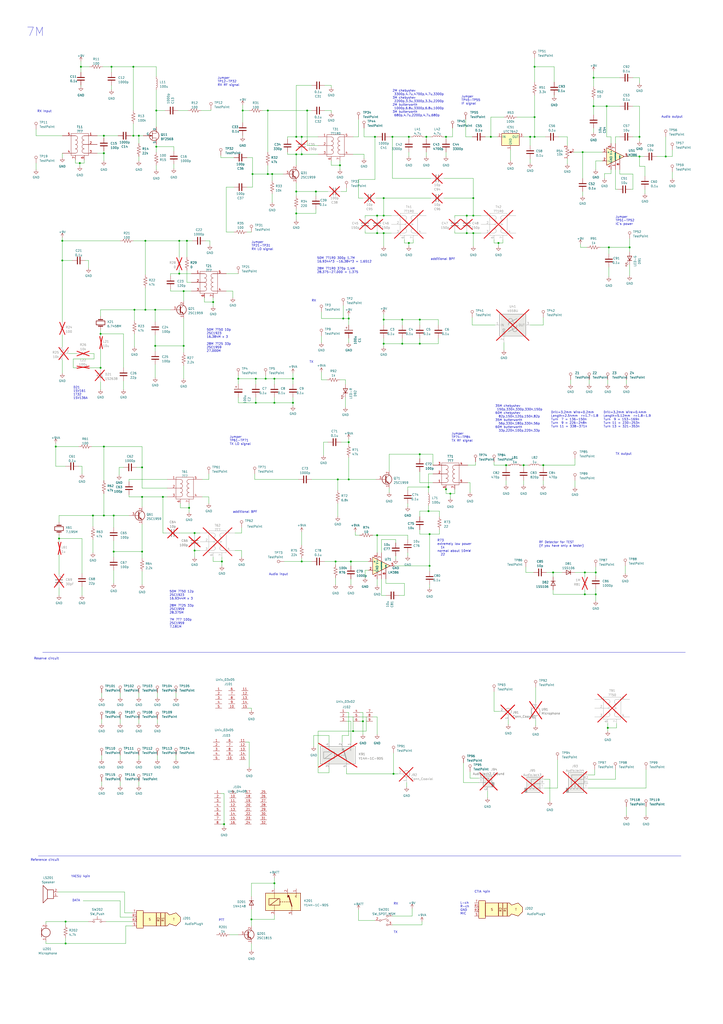
<source format=kicad_sch>
(kicad_sch (version 20230121) (generator eeschema)
  (paper "A2" portrait)
  (title_block (title "AM TRX breadboard") (date "2024-07-29") (company "JK1MLY"))
  (junction (at 159.385 219.71))
  (junction (at 353.695 143.51))
  (junction (at 259.08 283.845))
  (junction (at 158.115 100.965))
  (junction (at 84.455 179.705))
  (junction (at 285.115 79.375))
  (junction (at 159.385 233.68))
  (junction (at 194.945 325.755))
  (junction (at 172.085 123.825))
  (junction (at 90.17 200.66))
  (junction (at 34.29 312.42))
  (junction (at 203.835 325.755))
  (junction (at 66.04 320.04))
  (junction (at 222.885 114.935))
  (junction (at 274.955 125.095))
  (junction (at 109.855 294.64))
  (junction (at 155.575 100.965))
  (junction (at 228.6 448.945))
  (junction (at 77.47 38.735))
  (junction (at 222.885 185.42))
  (junction (at 146.685 100.965))
  (junction (at 138.43 219.71))
  (junction (at 217.805 79.375))
  (junction (at 178.435 64.135))
  (junction (at 58.42 213.36))
  (junction (at 353.06 422.275))
  (junction (at 219.075 310.515))
  (junction (at 248.92 282.575))
  (junction (at 210.82 418.465))
  (junction (at 338.455 88.265))
  (junction (at 222.885 125.095))
  (junction (at 352.425 61.595))
  (junction (at 80.645 78.74))
  (junction (at 170.18 219.71))
  (junction (at 219.075 135.255))
  (junction (at 294.005 269.875))
  (junction (at 261.62 286.385))
  (junction (at 140.97 64.135))
  (junction (at 170.18 233.68))
  (junction (at 64.77 38.735))
  (junction (at 237.49 79.375))
  (junction (at 38.1 547.37))
  (junction (at 202.565 256.54))
  (junction (at 60.325 259.08))
  (junction (at 78.105 179.705))
  (junction (at 60.325 88.9))
  (junction (at 130.175 478.155))
  (junction (at 106.68 168.91))
  (junction (at 38.1 534.67))
  (junction (at 371.475 79.375))
  (junction (at 310.515 67.945))
  (junction (at 237.49 140.97))
  (junction (at 113.03 309.245))
  (junction (at 197.485 95.885))
  (junction (at 227.965 79.375))
  (junction (at 148.59 219.71))
  (junction (at 346.075 332.105))
  (junction (at 243.84 185.42))
  (junction (at 243.84 199.39))
  (junction (at 36.195 151.13))
  (junction (at 53.975 299.085))
  (junction (at 289.56 140.97))
  (junction (at 84.455 139.7))
  (junction (at 159.385 512.445))
  (junction (at 108.585 139.7))
  (junction (at 304.165 269.875))
  (junction (at 365.76 143.51))
  (junction (at 155.575 64.135))
  (junction (at 339.725 332.105))
  (junction (at 77.47 78.74))
  (junction (at 310.515 79.375))
  (junction (at 104.14 139.7))
  (junction (at 344.805 61.595))
  (junction (at 175.26 89.535))
  (junction (at 82.55 271.145))
  (junction (at 243.84 263.525))
  (junction (at 94.615 288.29))
  (junction (at 315.595 269.875))
  (junction (at 82.55 320.04))
  (junction (at 249.555 328.295))
  (junction (at 199.39 184.785))
  (junction (at 321.31 332.105))
  (junction (at 128.905 325.755))
  (junction (at 90.805 85.09))
  (junction (at 146.05 533.4))
  (junction (at 106.68 200.66))
  (junction (at 219.075 125.095))
  (junction (at 172.085 111.125))
  (junction (at 90.805 64.135))
  (junction (at 339.725 344.805))
  (junction (at 104.14 158.75))
  (junction (at 271.145 125.095))
  (junction (at 386.715 90.805))
  (junction (at 183.515 111.125))
  (junction (at 32.385 259.08))
  (junction (at 247.65 79.375))
  (junction (at 148.59 233.68))
  (junction (at 371.475 90.805))
  (junction (at 60.325 78.74))
  (junction (at 123.825 175.26))
  (junction (at 233.68 185.42))
  (junction (at 307.975 79.375))
  (junction (at 175.26 325.755))
  (junction (at 113.03 319.405))
  (junction (at 249.555 309.88))
  (junction (at 274.955 135.255))
  (junction (at 196.215 278.13))
  (junction (at 66.04 299.085))
  (junction (at 154.305 219.71))
  (junction (at 233.68 199.39))
  (junction (at 222.885 199.39))
  (junction (at 202.565 278.13))
  (junction (at 90.17 179.705))
  (junction (at 310.515 38.735))
  (junction (at 271.145 135.255))
  (junction (at 172.085 89.535))
  (junction (at 202.565 184.785))
  (junction (at 175.26 79.375))
  (junction (at 60.325 299.085))
  (junction (at 259.08 79.375))
  (junction (at 46.99 38.735))
  (junction (at 346.075 344.805))
  (junction (at 58.42 193.675))
  (junction (at 344.805 45.085))
  (junction (at 36.195 139.7))
  (junction (at 46.355 94.615))
  (junction (at 274.955 114.935))
  (junction (at 222.885 135.255))
  (junction (at 82.55 288.29))
  (junction (at 248.92 296.545))
  (junction (at 172.085 79.375))
  (junction (at 205.105 424.18))
  (wire (pts (xy 249.555 309.88) (xy 249.555 328.295)))
  (wire (pts (xy 175.26 88.265) (xy 175.26 89.535)))
  (wire (pts (xy 334.01 332.105) (xy 339.725 332.105)))
  (wire (pts (xy 311.15 398.78) (xy 311.15 407.67)))
  (wire (pts (xy 273.05 451.485) (xy 273.05 447.675)))
  (wire (pts (xy 237.49 88.265) (xy 237.49 90.805)))
  (wire (pts (xy 46.99 38.735) (xy 52.07 38.735)))
  (wire (pts (xy 354.965 79.375) (xy 354.965 83.185)))
  (wire (pts (xy 146.05 520.065) (xy 146.05 512.445)))
  (wire (pts (xy 201.295 448.945) (xy 228.6 448.945)))
  (wire (pts (xy 60.325 299.085) (xy 66.04 299.085)))
  (wire (pts (xy 234.95 338.455) (xy 234.95 345.44)))
  (wire (pts (xy 143.51 108.585) (xy 146.685 108.585)))
  (wire (pts (xy 128.27 460.375) (xy 130.175 460.375)))
  (wire (pts (xy 273.05 280.035) (xy 273.05 285.75)))
  (wire (pts (xy 360.045 98.425) (xy 360.045 100.965)))
  (wire (pts (xy 367.665 109.855) (xy 366.395 109.855)))
  (wire (pts (xy 234.95 139.065) (xy 234.95 140.97)))
  (wire (pts (xy 121.285 288.29) (xy 121.285 292.1)))
  (wire (pts (xy 294.005 269.875) (xy 295.275 269.875)))
  (wire (pts (xy 91.44 401.955) (xy 91.44 404.495)))
  (wire (pts (xy 144.78 430.53) (xy 144.78 445.135)))
  (wire (pts (xy 315.595 269.875) (xy 315.595 271.145)))
  (wire (pts (xy 47.625 312.42) (xy 47.625 332.74)))
  (wire (pts (xy 170.18 233.68) (xy 170.18 235.585)))
  (wire (pts (xy 71.755 193.675) (xy 71.755 213.36)))
  (wire (pts (xy 237.49 79.375) (xy 238.76 79.375)))
  (wire (pts (xy 184.785 84.455) (xy 178.435 84.455)))
  (wire (pts (xy 236.855 313.055) (xy 236.855 310.515)))
  (wire (pts (xy 274.955 125.095) (xy 279.4 125.095)))
  (wire (pts (xy 338.455 111.125) (xy 338.455 113.665)))
  (wire (pts (xy 222.885 114.935) (xy 222.885 125.095)))
  (wire (pts (xy 224.155 335.915) (xy 224.155 338.455)))
  (wire (pts (xy 292.735 67.945) (xy 285.115 67.945)))
  (wire (pts (xy 159.385 230.505) (xy 159.385 233.68)))
  (wire (pts (xy 210.82 114.935) (xy 208.28 114.935)))
  (wire (pts (xy 227.965 531.495) (xy 239.395 531.495)))
  (wire (pts (xy 43.815 94.615) (xy 46.355 94.615)))
  (wire (pts (xy 310.515 79.375) (xy 316.865 79.375)))
  (wire (pts (xy 323.85 457.2) (xy 323.85 440.69)))
  (wire (pts (xy 251.46 274.955) (xy 248.92 274.955)))
  (wire (pts (xy 131.445 108.585) (xy 131.445 134.62)))
  (wire (pts (xy 100.965 87.63) (xy 100.965 85.09)))
  (wire (pts (xy 188.595 49.53) (xy 192.405 49.53)))
  (wire (pts (xy 229.87 322.58) (xy 229.87 324.485)))
  (wire (pts (xy 99.06 168.91) (xy 99.06 167.64)))
  (wire (pts (xy 240.03 140.97) (xy 237.49 140.97)))
  (wire (pts (xy 46.99 35.56) (xy 46.99 38.735)))
  (wire (pts (xy 113.03 309.245) (xy 113.03 310.515)))
  (wire (pts (xy 180.975 49.53) (xy 172.085 49.53)))
  (wire (pts (xy 188.595 325.755) (xy 194.945 325.755)))
  (wire (pts (xy 222.885 125.095) (xy 227.33 125.095)))
  (wire (pts (xy 47.625 270.51) (xy 47.625 274.955)))
  (wire (pts (xy 175.26 325.755) (xy 180.975 325.755)))
  (wire (pts (xy 210.82 413.385) (xy 210.82 418.465)))
  (wire (pts (xy 217.805 534.035) (xy 208.28 534.035)))
  (wire (pts (xy 128.27 91.44) (xy 128.27 90.17)))
  (wire (pts (xy 69.215 271.145) (xy 69.215 275.59)))
  (wire (pts (xy 269.24 454.025) (xy 269.24 442.595)))
  (wire (pts (xy 201.295 413.385) (xy 202.565 413.385)))
  (wire (pts (xy 222.885 199.39) (xy 222.885 201.295)))
  (wire (pts (xy 371.475 90.805) (xy 374.015 90.805)))
  (wire (pts (xy 264.16 135.255) (xy 271.145 135.255)))
  (wire (pts (xy 292.1 139.065) (xy 292.1 140.97)))
  (wire (pts (xy 155.575 100.965) (xy 158.115 100.965)))
  (wire (pts (xy 307.975 79.375) (xy 310.515 79.375)))
  (wire (pts (xy 294.005 269.875) (xy 294.005 271.145)))
  (wire (pts (xy 240.03 139.065) (xy 240.03 140.97)))
  (wire (pts (xy 203.835 325.755) (xy 194.945 325.755)))
  (wire (pts (xy 42.545 213.36) (xy 42.545 208.28)))
  (wire (pts (xy 34.29 312.42) (xy 34.29 314.325)))
  (wire (pts (xy 248.92 296.545) (xy 255.27 296.545)))
  (wire (pts (xy 216.535 415.925) (xy 219.075 415.925)))
  (wire (pts (xy 247.65 79.375) (xy 247.65 80.645)))
  (wire (pts (xy 131.445 134.62) (xy 135.89 134.62)))
  (wire (pts (xy 91.44 417.195) (xy 91.44 419.735)))
  (wire (pts (xy 314.325 269.875) (xy 315.595 269.875)))
  (wire (pts (xy 264.16 125.095) (xy 271.145 125.095)))
  (wire (pts (xy 180.975 278.13) (xy 196.215 278.13)))
  (wire (pts (xy 192.405 95.885) (xy 197.485 95.885)))
  (wire (pts (xy 239.395 531.495) (xy 239.395 527.05)))
  (wire (pts (xy 281.94 79.375) (xy 285.115 79.375)))
  (wire (pts (xy 226.06 263.525) (xy 226.06 273.05)))
  (wire (pts (xy 339.725 342.265) (xy 339.725 344.805)))
  (wire (pts (xy 80.645 401.955) (xy 80.645 404.495)))
  (wire (pts (xy 47.625 340.36) (xy 47.625 345.44)))
  (wire (pts (xy 90.805 85.09) (xy 90.805 88.265)))
  (wire (pts (xy 100.965 95.25) (xy 100.965 97.79)))
  (wire (pts (xy 146.685 100.965) (xy 155.575 100.965)))
  (wire (pts (xy 360.045 45.085) (xy 344.805 45.085)))
  (wire (pts (xy 274.955 114.935) (xy 274.955 125.095)))
  (wire (pts (xy 216.535 310.515) (xy 219.075 310.515)))
  (wire (pts (xy 196.215 278.13) (xy 196.215 284.48)))
  (wire (pts (xy 82.55 288.29) (xy 74.93 288.29)))
  (wire (pts (xy 58.42 221.615) (xy 58.42 226.06)))
  (wire (pts (xy 304.165 269.875) (xy 304.165 271.145)))
  (wire (pts (xy 353.06 220.345) (xy 353.06 222.885)))
  (wire (pts (xy 221.615 335.915) (xy 221.615 345.44)))
  (wire (pts (xy 48.26 522.605) (xy 69.85 522.605)))
  (wire (pts (xy 102.235 438.15) (xy 102.235 440.69)))
  (wire (pts (xy 56.515 78.74) (xy 60.325 78.74)))
  (wire (pts (xy 53.34 259.08) (xy 60.325 259.08)))
  (wire (pts (xy 315.595 188.595) (xy 307.975 188.595)))
  (wire (pts (xy 80.645 453.39) (xy 80.645 455.93)))
  (wire (pts (xy 74.93 278.13) (xy 97.155 278.13)))
  (wire (pts (xy 197.485 220.345) (xy 200.66 220.345)))
  (wire (pts (xy 36.195 88.9) (xy 36.195 91.44)))
  (wire (pts (xy 365.125 90.805) (xy 371.475 90.805)))
  (wire (pts (xy 73.025 537.21) (xy 73.025 547.37)))
  (wire (pts (xy 278.13 454.025) (xy 269.24 454.025)))
  (wire (pts (xy 128.27 91.44) (xy 135.89 91.44)))
  (wire (pts (xy 264.16 135.255) (xy 264.16 133.985)))
  (wire (pts (xy 357.505 109.855) (xy 358.775 109.855)))
  (wire (pts (xy 341.63 449.58) (xy 345.44 449.58)))
  (wire (pts (xy 338.455 88.265) (xy 349.885 88.265)))
  (wire (pts (xy 316.23 457.2) (xy 323.85 457.2)))
  (wire (pts (xy 36.195 137.795) (xy 36.195 139.7)))
  (wire (pts (xy 51.435 151.13) (xy 51.435 155.575)))
  (wire (pts (xy 142.875 430.53) (xy 144.78 430.53)))
  (wire (pts (xy 66.04 313.69) (xy 66.04 320.04)))
  (wire (pts (xy 217.805 79.375) (xy 217.805 104.14)))
  (wire (pts (xy 90.805 64.135) (xy 90.805 73.66)))
  (wire (pts (xy 69.85 532.13) (xy 69.85 522.605)))
  (wire (pts (xy 172.085 123.825) (xy 183.515 123.825)))
  (wire (pts (xy 248.92 274.955) (xy 248.92 282.575)))
  (wire (pts (xy 146.05 533.4) (xy 146.05 537.21)))
  (wire (pts (xy 344.805 41.275) (xy 344.805 45.085)))
  (wire (pts (xy 76.2 78.74) (xy 77.47 78.74)))
  (wire (pts (xy 339.725 332.105) (xy 339.725 334.645)))
  (wire (pts (xy 42.545 208.28) (xy 54.61 208.28)))
  (wire (pts (xy 90.17 200.66) (xy 106.68 200.66)))
  (wire (pts (xy 210.82 418.465) (xy 210.82 426.085)))
  (wire (pts (xy 243.84 263.525) (xy 251.46 263.525)))
  (wire (pts (xy 203.835 328.295) (xy 203.835 325.755)))
  (wire (pts (xy 271.78 280.035) (xy 273.05 280.035)))
  (wire (pts (xy 371.475 79.375) (xy 371.475 81.915)))
  (wire (pts (xy 69.85 438.15) (xy 69.85 440.69)))
  (wire (pts (xy 191.135 430.53) (xy 191.135 426.72)))
  (wire (pts (xy 227.965 79.375) (xy 227.965 103.505)))
  (wire (pts (xy 123.825 175.26) (xy 123.825 177.8)))
  (wire (pts (xy 365.76 143.51) (xy 365.76 146.05)))
  (wire (pts (xy 46.99 49.53) (xy 46.99 50.165)))
  (wire (pts (xy 64.77 49.53) (xy 64.77 52.07)))
  (wire (pts (xy 198.755 430.53) (xy 198.755 426.72)))
  (wire (pts (xy 90.805 85.09) (xy 100.965 85.09)))
  (wire (pts (xy 128.905 325.755) (xy 128.905 328.295)))
  (wire (pts (xy 353.06 422.275) (xy 353.06 424.18)))
  (wire (pts (xy 222.885 196.215) (xy 222.885 199.39)))
  (wire (pts (xy 106.68 168.91) (xy 99.06 168.91)))
  (wire (pts (xy 307.975 92.075) (xy 307.975 94.615)))
  (wire (pts (xy 80.645 78.74) (xy 80.645 83.185)))
  (wire (pts (xy 271.145 133.985) (xy 271.145 135.255)))
  (wire (pts (xy 367.665 45.085) (xy 371.475 45.085)))
  (wire (pts (xy 34.29 312.42) (xy 47.625 312.42)))
  (wire (pts (xy 82.55 259.08) (xy 82.55 271.145)))
  (wire (pts (xy 159.385 219.71) (xy 170.18 219.71)))
  (wire (pts (xy 307.975 79.375) (xy 307.975 84.455)))
  (wire (pts (xy 38.1 534.67) (xy 51.435 534.67)))
  (wire (pts (xy 247.65 88.265) (xy 247.65 90.805)))
  (wire (pts (xy 96.52 309.245) (xy 94.615 309.245)))
  (wire (pts (xy 197.485 95.885) (xy 197.485 98.425)))
  (wire (pts (xy 199.39 184.785) (xy 202.565 184.785)))
  (wire (pts (xy 69.85 417.195) (xy 69.85 419.735)))
  (wire (pts (xy 222.885 135.255) (xy 219.075 135.255)))
  (wire (pts (xy 211.455 79.375) (xy 217.805 79.375)))
  (wire (pts (xy 170.18 219.71) (xy 170.18 222.885)))
  (wire (pts (xy 243.84 309.88) (xy 249.555 309.88)))
  (wire (pts (xy 243.84 296.545) (xy 248.92 296.545)))
  (wire (pts (xy 58.42 213.36) (xy 58.42 213.995)))
  (wire (pts (xy 344.805 57.785) (xy 344.805 61.595)))
  (wire (pts (xy 186.69 180.975) (xy 186.69 184.785)))
  (wire (pts (xy 321.31 332.105) (xy 321.31 334.645)))
  (wire (pts (xy 144.145 410.845) (xy 146.05 410.845)))
  (wire (pts (xy 138.43 230.505) (xy 138.43 233.68)))
  (wire (pts (xy 338.455 88.265) (xy 338.455 103.505)))
  (wire (pts (xy 49.53 151.13) (xy 51.435 151.13)))
  (wire (pts (xy 358.14 419.735) (xy 358.14 422.275)))
  (wire (pts (xy 237.49 79.375) (xy 237.49 80.645)))
  (wire (pts (xy 344.805 61.595) (xy 344.805 66.675)))
  (wire (pts (xy 315.595 184.15) (xy 315.595 188.595)))
  (wire (pts (xy 201.295 418.465) (xy 203.835 418.465)))
  (wire (pts (xy 104.14 139.7) (xy 104.14 149.225)))
  (wire (pts (xy 158.115 100.965) (xy 164.465 100.965)))
  (wire (pts (xy 229.235 328.295) (xy 249.555 328.295)))
  (wire (pts (xy 184.785 448.31) (xy 191.135 448.31)))
  (wire (pts (xy 295.275 417.83) (xy 295.275 420.37)))
  (wire (pts (xy 243.84 296.545) (xy 243.84 299.72)))
  (wire (pts (xy 200.66 230.505) (xy 200.66 236.22)))
  (wire (pts (xy 202.565 196.215) (xy 202.565 198.755)))
  (wire (pts (xy 104.775 294.64) (xy 109.855 294.64)))
  (wire (pts (xy 202.565 256.54) (xy 202.565 257.81)))
  (wire (pts (xy 319.405 452.12) (xy 319.405 464.82)))
  (wire (pts (xy 233.68 199.39) (xy 243.84 199.39)))
  (wire (pts (xy 292.735 198.755) (xy 292.735 203.2)))
  (wire (pts (xy 294.005 278.765) (xy 294.005 281.305)))
  (wire (pts (xy 95.885 64.135) (xy 90.805 64.135)))
  (wire (pts (xy 221.615 313.055) (xy 221.615 320.675)))
  (wire (pts (xy 60.325 87.63) (xy 60.325 88.9)))
  (wire (pts (xy 304.165 278.765) (xy 304.165 281.305)))
  (wire (pts (xy 274.955 135.255) (xy 271.145 135.255)))
  (wire (pts (xy 354.965 98.425) (xy 354.965 100.711)))
  (wire (pts (xy 243.84 199.39) (xy 254.635 199.39)))
  (wire (pts (xy 159.385 533.4) (xy 146.05 533.4)))
  (wire (pts (xy 341.63 457.2) (xy 375.285 457.2)))
  (wire (pts (xy 310.515 38.735) (xy 310.515 47.625)))
  (wire (pts (xy 257.81 103.505) (xy 274.955 103.505)))
  (wire (pts (xy 317.5 332.105) (xy 321.31 332.105)))
  (wire (pts (xy 390.525 99.695) (xy 390.525 103.505)))
  (wire (pts (xy 310.515 38.735) (xy 321.945 38.735)))
  (wire (pts (xy 53.975 299.085) (xy 53.975 305.435)))
  (wire (pts (xy 390.525 86.995) (xy 390.525 90.805)))
  (wire (pts (xy 237.49 140.97) (xy 234.95 140.97)))
  (wire (pts (xy 184.785 424.18) (xy 184.785 448.31)))
  (wire (pts (xy 365.76 138.43) (xy 365.76 143.51)))
  (wire (pts (xy 136.525 319.405) (xy 140.335 319.405)))
  (wire (pts (xy 276.225 267.97) (xy 276.225 269.875)))
  (wire (pts (xy 61.595 534.67) (xy 76.835 534.67)))
  (wire (pts (xy 147.955 278.13) (xy 173.355 278.13)))
  (wire (pts (xy 90.17 200.66) (xy 90.17 203.835)))
  (wire (pts (xy 82.55 320.04) (xy 82.55 323.85)))
  (wire (pts (xy 352.425 61.595) (xy 352.425 79.375)))
  (wire (pts (xy 270.51 79.375) (xy 274.32 79.375)))
  (wire (pts (xy 357.505 98.425) (xy 357.505 109.855)))
  (wire (pts (xy 140.97 64.135) (xy 140.97 71.12)))
  (wire (pts (xy 371.475 96.52) (xy 371.475 90.805)))
  (wire (pts (xy 363.855 467.995) (xy 363.855 473.075)))
  (wire (pts (xy 310.515 33.655) (xy 310.515 38.735)))
  (wire (pts (xy 233.68 188.595) (xy 233.68 185.42)))
  (wire (pts (xy 130.175 478.155) (xy 130.175 479.425)))
  (wire (pts (xy 234.95 345.44) (xy 231.775 345.44)))
  (wire (pts (xy 353.695 143.51) (xy 353.695 147.32)))
  (wire (pts (xy 192.405 64.135) (xy 192.405 65.405)))
  (wire (pts (xy 175.26 323.85) (xy 175.26 325.755)))
  (wire (pts (xy 274.955 135.255) (xy 279.4 135.255)))
  (wire (pts (xy 287.02 269.875) (xy 294.005 269.875)))
  (wire (pts (xy 152.4 64.135) (xy 155.575 64.135)))
  (wire (pts (xy 219.075 133.985) (xy 219.075 135.255)))
  (wire (pts (xy 305.435 328.93) (xy 305.435 332.105)))
  (wire (pts (xy 205.105 415.925) (xy 205.105 424.18)))
  (wire (pts (xy 289.56 140.97) (xy 287.02 140.97)))
  (wire (pts (xy 221.615 345.44) (xy 224.155 345.44)))
  (wire (pts (xy 222.885 114.935) (xy 250.19 114.935)))
  (wire (pts (xy 243.84 185.42) (xy 243.84 188.595)))
  (wire (pts (xy 82.55 283.21) (xy 82.55 271.145)))
  (wire (pts (xy 363.22 328.295) (xy 363.22 332.74)))
  (wire (pts (xy 236.22 454.025) (xy 236.22 456.565)))
  (wire (pts (xy 123.825 325.755) (xy 128.905 325.755)))
  (wire (pts (xy 36.195 78.74) (xy 20.955 78.74)))
  (wire (pts (xy 205.105 79.375) (xy 208.28 79.375)))
  (wire (pts (xy 208.915 418.465) (xy 210.82 418.465)))
  (wire (pts (xy 315.595 278.765) (xy 315.595 281.305)))
  (wire (pts (xy 34.29 321.945) (xy 34.29 333.375)))
  (wire (pts (xy 196.215 278.13) (xy 202.565 278.13)))
  (wire (pts (xy 32.385 270.51) (xy 32.385 259.08)))
  (wire (pts (xy 144.78 64.135) (xy 140.97 64.135)))
  (wire (pts (xy 212.725 424.18) (xy 205.105 424.18)))
  (wire (pts (xy 143.51 91.44) (xy 146.685 91.44)))
  (wire (pts (xy 278.13 451.485) (xy 273.05 451.485)))
  (wire (pts (xy 106.68 168.91) (xy 106.68 174.625)))
  (wire (pts (xy 108.585 149.225) (xy 108.585 139.7)))
  (wire (pts (xy 346.075 341.63) (xy 346.075 344.805)))
  (wire (pts (xy 172.085 49.53) (xy 172.085 79.375)))
  (wire (pts (xy 367.665 79.375) (xy 371.475 79.375)))
  (wire (pts (xy 236.855 282.575) (xy 248.92 282.575)))
  (wire (pts (xy 99.06 158.75) (xy 104.14 158.75)))
  (wire (pts (xy 264.16 286.385) (xy 264.16 283.845)))
  (wire (pts (xy 247.65 79.375) (xy 250.19 79.375)))
  (wire (pts (xy 285.115 67.945) (xy 285.115 79.375)))
  (wire (pts (xy 123.825 323.215) (xy 123.825 325.755)))
  (wire (pts (xy 259.08 283.845) (xy 259.08 286.385)))
  (wire (pts (xy 201.295 415.925) (xy 205.105 415.925)))
  (wire (pts (xy 183.515 111.125) (xy 172.085 111.125)))
  (wire (pts (xy 148.59 219.71) (xy 148.59 222.885)))
  (wire (pts (xy 172.085 123.825) (xy 172.085 127.635)))
  (wire (pts (xy 371.475 45.085) (xy 371.475 48.26)))
  (wire (pts (xy 77.47 71.755) (xy 77.47 78.74)))
  (wire (pts (xy 58.42 193.675) (xy 71.755 193.675)))
  (wire (pts (xy 147.955 274.955) (xy 147.955 278.13)))
  (wire (pts (xy 270.51 69.215) (xy 270.51 79.375)))
  (wire (pts (xy 36.195 151.13) (xy 41.91 151.13)))
  (wire (pts (xy 36.195 139.7) (xy 69.85 139.7)))
  (wire (pts (xy 189.865 220.345) (xy 186.69 220.345)))
  (wire (pts (xy 331.47 220.345) (xy 331.47 222.885)))
  (wire (pts (xy 53.975 313.055) (xy 53.975 320.675)))
  (wire (pts (xy 32.385 259.08) (xy 45.72 259.08)))
  (wire (pts (xy 337.185 141.605) (xy 337.185 143.51)))
  (wire (pts (xy 222.885 185.42) (xy 222.885 188.595)))
  (wire (pts (xy 130.175 460.375) (xy 130.175 478.155)))
  (wire (pts (xy 58.42 193.675) (xy 58.42 194.945)))
  (wire (pts (xy 342.265 220.345) (xy 342.265 222.885)))
  (wire (pts (xy 34.29 340.995) (xy 34.29 345.44)))
  (wire (pts (xy 172.085 106.045) (xy 172.085 111.125)))
  (wire (pts (xy 128.905 323.215) (xy 128.905 325.755)))
  (wire (pts (xy 69.85 453.39) (xy 69.85 455.93)))
  (wire (pts (xy 104.14 158.75) (xy 111.125 158.75)))
  (wire (pts (xy 172.085 121.285) (xy 172.085 123.825)))
  (wire (pts (xy 133.35 542.29) (xy 138.43 542.29)))
  (wire (pts (xy 60.325 78.74) (xy 68.58 78.74)))
  (wire (pts (xy 358.14 422.275) (xy 353.06 422.275)))
  (wire (pts (xy 148.59 230.505) (xy 148.59 233.68)))
  (wire (pts (xy 113.03 309.245) (xy 116.205 309.245)))
  (wire (pts (xy 271.145 125.095) (xy 274.955 125.095)))
  (wire (pts (xy 219.075 335.915) (xy 219.075 339.725)))
  (wire (pts (xy 69.85 401.955) (xy 69.85 404.495)))
  (wire (pts (xy 208.915 413.385) (xy 210.82 413.385)))
  (wire (pts (xy 59.055 417.195) (xy 59.055 419.735)))
  (wire (pts (xy 192.405 93.345) (xy 192.405 95.885)))
  (wire (pts (xy 140.335 319.405) (xy 140.335 323.215)))
  (wire (pts (xy 131.445 158.75) (xy 138.43 158.75)))
  (wire (pts (xy 208.28 104.14) (xy 217.805 104.14)))
  (wire (pts (xy 80.645 438.15) (xy 80.645 440.69)))
  (wire (pts (xy 77.47 38.735) (xy 90.805 38.735)))
  (wire (pts (xy 212.09 135.255) (xy 212.09 133.985)))
  (wire (pts (xy 58.42 191.135) (xy 58.42 193.675)))
  (wire (pts (xy 257.81 79.375) (xy 259.08 79.375)))
  (wire (pts (xy 226.695 79.375) (xy 227.965 79.375)))
  (wire (pts (xy 194.945 325.755) (xy 194.945 327.66)))
  (wire (pts (xy 60.325 78.74) (xy 60.325 80.01)))
  (wire (pts (xy 32.385 257.175) (xy 32.385 259.08)))
  (wire (pts (xy 58.42 202.565) (xy 58.42 213.36)))
  (wire (pts (xy 344.805 61.595) (xy 352.425 61.595)))
  (wire (pts (xy 208.28 534.035) (xy 208.28 527.685)))
  (wire (pts (xy 271.78 269.875) (xy 276.225 269.875)))
  (wire (pts (xy 103.505 64.135) (xy 109.22 64.135)))
  (wire (pts (xy 202.565 265.43) (xy 202.565 278.13)))
  (wire (pts (xy 118.745 172.72) (xy 118.745 175.26)))
  (wire (pts (xy 255.27 296.545) (xy 255.27 299.72)))
  (wire (pts (xy 251.46 269.875) (xy 251.46 263.525)))
  (wire (pts (xy 344.805 74.295) (xy 344.805 76.835)))
  (wire (pts (xy 246.38 79.375) (xy 247.65 79.375)))
  (wire (pts (xy 212.09 330.835) (xy 212.09 335.28)))
  (wire (pts (xy 292.1 140.97) (xy 289.56 140.97)))
  (wire (pts (xy 172.085 89.535) (xy 167.005 89.535)))
  (wire (pts (xy 287.02 139.065) (xy 287.02 140.97)))
  (wire (pts (xy 66.04 320.04) (xy 66.04 323.215)))
  (wire (pts (xy 46.355 94.615) (xy 46.355 96.52)))
  (wire (pts (xy 237.49 140.97) (xy 237.49 142.875)))
  (wire (pts (xy 219.075 310.515) (xy 236.855 310.515)))
  (wire (pts (xy 243.84 280.035) (xy 251.46 280.035)))
  (wire (pts (xy 187.96 256.54) (xy 187.96 264.16)))
  (wire (pts (xy 113.03 319.405) (xy 113.03 323.215)))
  (wire (pts (xy 109.855 292.1) (xy 109.855 294.64)))
  (wire (pts (xy 121.92 139.7) (xy 119.38 139.7)))
  (wire (pts (xy 60.325 259.08) (xy 82.55 259.08)))
  (wire (pts (xy 222.885 185.42) (xy 233.68 185.42)))
  (wire (pts (xy 283.21 459.105) (xy 283.21 462.915)))
  (wire (pts (xy 26.67 534.67) (xy 26.67 535.94)))
  (wire (pts (xy 59.055 438.15) (xy 59.055 440.69)))
  (wire (pts (xy 315.595 269.875) (xy 334.01 269.875)))
  (wire (pts (xy 76.835 537.21) (xy 73.025 537.21)))
  (wire (pts (xy 203.835 325.755) (xy 213.995 325.755)))
  (wire (pts (xy 36.195 194.31) (xy 36.195 201.295)))
  (wire (pts (xy 111.125 168.91) (xy 106.68 168.91)))
  (wire (pts (xy 287.02 267.97) (xy 287.02 269.875)))
  (wire (pts (xy 122.555 64.135) (xy 116.84 64.135)))
  (wire (pts (xy 346.075 93.345) (xy 349.885 93.345)))
  (wire (pts (xy 90.17 186.69) (xy 90.17 179.705)))
  (wire (pts (xy 32.385 270.51) (xy 38.1 270.51)))
  (wire (pts (xy 243.84 263.525) (xy 243.84 266.065)))
  (wire (pts (xy 211.455 74.295) (xy 211.455 79.375)))
  (wire (pts (xy 201.295 445.77) (xy 201.295 448.945)))
  (wire (pts (xy 227.965 103.505) (xy 250.19 103.505)))
  (wire (pts (xy 53.975 299.085) (xy 34.29 299.085)))
  (wire (pts (xy 172.085 79.375) (xy 175.26 79.375)))
  (wire (pts (xy 212.725 415.925) (xy 212.725 424.18)))
  (wire (pts (xy 94.615 288.29) (xy 82.55 288.29)))
  (wire (pts (xy 54.61 208.28) (xy 54.61 205.105)))
  (wire (pts (xy 64.77 38.735) (xy 77.47 38.735)))
  (wire (pts (xy 259.08 286.385) (xy 261.62 286.385)))
  (wire (pts (xy 77.47 38.735) (xy 77.47 64.135)))
  (wire (pts (xy 106.68 200.66) (xy 106.68 204.47)))
  (wire (pts (xy 182.245 426.72) (xy 182.245 433.07)))
  (wire (pts (xy 108.585 139.7) (xy 111.76 139.7)))
  (wire (pts (xy 82.55 304.165) (xy 82.55 320.04)))
  (wire (pts (xy 305.435 332.105) (xy 309.88 332.105)))
  (wire (pts (xy 274.955 103.505) (xy 274.955 114.935)))
  (wire (pts (xy 175.26 89.535) (xy 172.085 89.535)))
  (wire (pts (xy 304.165 269.875) (xy 306.705 269.875)))
  (wire (pts (xy 274.32 184.15) (xy 274.32 188.595)))
  (wire (pts (xy 208.28 69.215) (xy 208.28 79.375)))
  (wire (pts (xy 167.005 88.265) (xy 167.005 89.535)))
  (wire (pts (xy 178.435 64.135) (xy 180.975 64.135)))
  (wire (pts (xy 154.305 219.71) (xy 159.385 219.71)))
  (wire (pts (xy 259.08 282.575) (xy 259.08 283.845)))
  (wire (pts (xy 36.195 186.69) (xy 36.195 151.13)))
  (wire (pts (xy 259.08 79.375) (xy 259.08 80.645)))
  (wire (pts (xy 71.755 220.98) (xy 71.755 226.06)))
  (wire (pts (xy 233.68 185.42) (xy 243.84 185.42)))
  (wire (pts (xy 324.485 79.375) (xy 329.565 79.375)))
  (wire (pts (xy 90.805 95.885) (xy 90.805 98.425)))
  (wire (pts (xy 34.29 299.085) (xy 34.29 302.895)))
  (wire (pts (xy 74.93 278.13) (xy 74.93 279.4)))
  (wire (pts (xy 367.665 100.965) (xy 367.665 109.855)))
  (wire (pts (xy 69.215 271.145) (xy 71.755 271.145)))
  (wire (pts (xy 170.18 230.505) (xy 170.18 233.68)))
  (wire (pts (xy 374.65 96.52) (xy 371.475 96.52)))
  (wire (pts (xy 249.555 339.09) (xy 249.555 340.995)))
  (wire (pts (xy 371.475 61.595) (xy 371.475 79.375)))
  (wire (pts (xy 341.63 452.12) (xy 357.505 452.12)))
  (wire (pts (xy 222.885 182.245) (xy 222.885 185.42)))
  (wire (pts (xy 52.07 205.105) (xy 54.61 205.105)))
  (wire (pts (xy 140.335 309.245) (xy 136.525 309.245)))
  (wire (pts (xy 159.385 509.27) (xy 159.385 512.445)))
  (wire (pts (xy 48.895 92.71) (xy 48.895 94.615)))
  (wire (pts (xy 229.87 313.055) (xy 221.615 313.055)))
  (wire (pts (xy 77.47 78.74) (xy 80.645 78.74)))
  (wire (pts (xy 38.1 547.37) (xy 73.025 547.37)))
  (wire (pts (xy 255.27 309.88) (xy 255.27 307.34)))
  (wire (pts (xy 386.715 90.805) (xy 381.635 90.805)))
  (wire (pts (xy 60.325 286.385) (xy 60.325 299.085)))
  (wire (pts (xy 245.11 534.67) (xy 245.11 536.575)))
  (wire (pts (xy 218.44 114.935) (xy 222.885 114.935)))
  (wire (pts (xy 106.68 184.785) (xy 106.68 200.66)))
  (wire (pts (xy 97.155 283.21) (xy 82.55 283.21)))
  (wire (pts (xy 146.05 547.37) (xy 146.05 551.18)))
  (wire (pts (xy 321.945 38.735) (xy 321.945 47.625)))
  (wire (pts (xy 38.1 534.67) (xy 38.1 536.575)))
  (wire (pts (xy 159.385 533.4) (xy 159.385 530.86)))
  (wire (pts (xy 202.565 426.72) (xy 202.565 413.385)))
  (wire (pts (xy 46.99 38.735) (xy 46.99 41.91)))
  (wire (pts (xy 227.965 536.575) (xy 245.11 536.575)))
  (wire (pts (xy 374.65 102.235) (xy 374.65 96.52)))
  (wire (pts (xy 184.785 89.535) (xy 175.26 89.535)))
  (wire (pts (xy 78.105 179.705) (xy 78.105 186.055)))
  (wire (pts (xy 38.1 534.67) (xy 26.67 534.67)))
  (wire (pts (xy 82.55 288.29) (xy 82.55 294.005)))
  (wire (pts (xy 213.995 330.835) (xy 212.09 330.835)))
  (wire (pts (xy 271.145 125.095) (xy 271.145 126.365)))
  (wire (pts (xy 186.69 184.785) (xy 199.39 184.785)))
  (wire (pts (xy 155.575 64.135) (xy 155.575 88.265)))
  (wire (pts (xy 222.885 135.255) (xy 222.885 142.875)))
  (wire (pts (xy 165.1 325.755) (xy 175.26 325.755)))
  (wire (pts (xy 248.92 293.37) (xy 248.92 296.545)))
  (wire (pts (xy 205.105 89.535) (xy 211.455 89.535)))
  (wire (pts (xy 60.325 259.08) (xy 60.325 278.765)))
  (wire (pts (xy 203.835 418.465) (xy 203.835 430.53)))
  (wire (pts (xy 334.01 266.065) (xy 334.01 269.875)))
  (wire (pts (xy 90.17 179.705) (xy 99.06 179.705)))
  (wire (pts (xy 346.075 332.105) (xy 346.075 334.01)))
  (wire (pts (xy 375.285 467.995) (xy 375.285 473.075)))
  (wire (pts (xy 121.285 274.955) (xy 121.285 278.13)))
  (wire (pts (xy 140.97 78.74) (xy 140.97 79.375)))
  (wire (pts (xy 254.635 196.215) (xy 254.635 199.39)))
  (wire (pts (xy 138.43 219.71) (xy 148.59 219.71)))
  (wire (pts (xy 205.105 424.18) (xy 184.785 424.18)))
  (wire (pts (xy 236.855 320.675) (xy 236.855 322.58)))
  (wire (pts (xy 178.435 84.455) (xy 178.435 64.135)))
  (wire (pts (xy 259.08 88.265) (xy 259.08 90.805)))
  (wire (pts (xy 212.09 125.095) (xy 219.075 125.095)))
  (wire (pts (xy 108.585 156.845) (xy 108.585 163.83)))
  (wire (pts (xy 128.27 478.155) (xy 130.175 478.155)))
  (wire (pts (xy 79.375 271.145) (xy 82.55 271.145)))
  (polyline (pts (xy 24.765 378.46) (xy 398.145 378.46)))
  (wire (pts (xy 191.135 448.31) (xy 191.135 445.77)))
  (wire (pts (xy 90.805 52.07) (xy 90.805 64.135)))
  (wire (pts (xy 94.615 309.245) (xy 94.615 288.29)))
  (wire (pts (xy 231.14 448.945) (xy 228.6 448.945)))
  (wire (pts (xy 259.08 79.375) (xy 262.89 79.375)))
  (wire (pts (xy 102.235 401.955) (xy 102.235 404.495)))
  (wire (pts (xy 304.165 79.375) (xy 307.975 79.375)))
  (wire (pts (xy 158.115 100.965) (xy 158.115 104.775)))
  (wire (pts (xy 203.835 335.915) (xy 203.835 339.09)))
  (wire (pts (xy 143.51 134.62) (xy 146.05 134.62)))
  (wire (pts (xy 60.325 88.9) (xy 60.325 93.345)))
  (wire (pts (xy 274.955 135.255) (xy 274.955 142.875)))
  (wire (pts (xy 140.97 64.135) (xy 140.97 60.96)))
  (wire (pts (xy 90.805 38.735) (xy 90.805 44.45)))
  (wire (pts (xy 226.06 263.525) (xy 243.84 263.525)))
  (wire (pts (xy 249.555 328.295) (xy 249.555 331.47)))
  (wire (pts (xy 321.945 55.245) (xy 321.945 55.88)))
  (wire (pts (xy 365.76 153.67) (xy 365.76 160.02)))
  (wire (pts (xy 229.87 314.96) (xy 229.87 313.055)))
  (wire (pts (xy 202.565 184.785) (xy 202.565 188.595)))
  (wire (pts (xy 200.66 220.345) (xy 200.66 222.885)))
  (wire (pts (xy 340.995 143.51) (xy 337.185 143.51)))
  (wire (pts (xy 77.47 139.7) (xy 84.455 139.7)))
  (wire (pts (xy 33.655 517.525) (xy 72.39 517.525)))
  (wire (pts (xy 224.155 338.455) (xy 234.95 338.455)))
  (wire (pts (xy 155.575 64.135) (xy 178.435 64.135)))
  (wire (pts (xy 138.43 217.805) (xy 138.43 219.71)))
  (wire (pts (xy 38.1 544.195) (xy 38.1 547.37)))
  (wire (pts (xy 217.805 79.375) (xy 219.075 79.375)))
  (wire (pts (xy 363.855 220.345) (xy 363.855 222.885)))
  (wire (pts (xy 228.6 436.88) (xy 228.6 448.945)))
  (wire (pts (xy 82.55 331.47) (xy 82.55 339.09)))
  (wire (pts (xy 390.525 90.805) (xy 386.715 90.805)))
  (wire (pts (xy 199.39 177.165) (xy 199.39 184.785)))
  (wire (pts (xy 36.195 208.915) (xy 36.195 216.535)))
  (wire (pts (xy 329.565 92.075) (xy 329.565 95.123)))
  (wire (pts (xy 351.155 100.711) (xy 351.155 103.505)))
  (wire (pts (xy 211.455 89.535) (xy 211.455 92.075)))
  (wire (pts (xy 290.195 412.75) (xy 287.02 412.75)))
  (wire (pts (xy 26.67 547.37) (xy 38.1 547.37)))
  (wire (pts (xy 167.005 79.375) (xy 167.005 80.645)))
  (wire (pts (xy 76.835 532.13) (xy 69.85 532.13)))
  (wire (pts (xy 219.075 125.095) (xy 219.075 126.365)))
  (wire (pts (xy 91.44 438.15) (xy 91.44 440.69)))
  (wire (pts (xy 333.375 88.265) (xy 338.455 88.265)))
  (wire (pts (xy 353.06 419.735) (xy 353.06 422.275)))
  (wire (pts (xy 123.825 172.72) (xy 123.825 175.26)))
  (wire (pts (xy 206.375 310.515) (xy 208.915 310.515)))
  (wire (pts (xy 175.26 79.375) (xy 175.26 80.645)))
  (wire (pts (xy 236.855 284.48) (xy 236.855 282.575)))
  (wire (pts (xy 352.425 61.595) (xy 360.045 61.595)))
  (wire (pts (xy 226.06 283.21) (xy 226.06 285.75)))
  (wire (pts (xy 321.31 342.265) (xy 321.31 344.805)))
  (wire (pts (xy 104.775 292.1) (xy 104.775 294.64)))
  (wire (pts (xy 84.455 179.705) (xy 78.105 179.705)))
  (wire (pts (xy 146.685 108.585) (xy 146.685 100.965)))
  (wire (pts (xy 138.43 219.71) (xy 138.43 222.885)))
  (wire (pts (xy 117.475 288.29) (xy 121.285 288.29)))
  (wire (pts (xy 257.81 114.935) (xy 274.955 114.935)))
  (wire (pts (xy 184.785 79.375) (xy 175.26 79.375)))
  (wire (pts (xy 311.15 417.83) (xy 311.15 421.005)))
  (wire (pts (xy 243.84 196.215) (xy 243.84 199.39)))
  (wire (pts (xy 329.565 79.375) (xy 329.565 84.455)))
  (wire (pts (xy 146.05 410.845) (xy 146.05 412.115)))
  (wire (pts (xy 59.055 453.39) (xy 59.055 455.93)))
  (wire (pts (xy 146.685 91.44) (xy 146.685 100.965)))
  (wire (pts (xy 187.96 256.54) (xy 190.5 256.54)))
  (wire (pts (xy 58.42 179.705) (xy 58.42 183.515)))
  (wire (pts (xy 233.68 196.215) (xy 233.68 199.39)))
  (wire (pts (xy 334.01 278.765) (xy 334.01 282.575)))
  (wire (pts (xy 219.075 310.515) (xy 219.075 320.675)))
  (wire (pts (xy 375.285 457.2) (xy 375.285 446.405)))
  (wire (pts (xy 78.105 193.675) (xy 78.105 201.295)))
  (wire (pts (xy 59.055 401.955) (xy 59.055 404.495)))
  (wire (pts (xy 111.125 163.83) (xy 108.585 163.83)))
  (wire (pts (xy 346.075 328.93) (xy 346.075 332.105)))
  (wire (pts (xy 261.62 286.385) (xy 261.62 288.925)))
  (wire (pts (xy 183.515 111.125) (xy 190.5 111.125)))
  (wire (pts (xy 196.215 292.1) (xy 196.215 299.72)))
  (wire (pts (xy 321.31 332.105) (xy 326.39 332.105)))
  (wire (pts (xy 186.69 215.9) (xy 186.69 220.345)))
  (wire (pts (xy 208.28 114.935) (xy 208.28 104.14)))
  (wire (pts (xy 60.325 88.9) (xy 56.515 88.9)))
  (wire (pts (xy 159.385 222.885) (xy 159.385 219.71)))
  (wire (pts (xy 346.075 93.345) (xy 346.075 98.425)))
  (wire (pts (xy 154.305 217.805) (xy 154.305 219.71)))
  (wire (pts (xy 97.155 288.29) (xy 94.615 288.29)))
  (wire (pts (xy 45.72 270.51) (xy 47.625 270.51)))
  (wire (pts (xy 138.43 233.68) (xy 148.59 233.68)))
  (wire (pts (xy 192.405 49.53) (xy 192.405 50.8)))
  (wire (pts (xy 109.855 294.64) (xy 109.855 297.18)))
  (wire (pts (xy 80.645 78.74) (xy 83.185 78.74)))
  (wire (pts (xy 146.05 512.445) (xy 159.385 512.445)))
  (wire (pts (xy 357.505 79.375) (xy 357.505 83.185)))
  (wire (pts (xy 175.26 308.61) (xy 175.26 316.23)))
  (wire (pts (xy 183.515 121.285) (xy 183.515 123.825)))
  (wire (pts (xy 80.645 417.195) (xy 80.645 419.735)))
  (wire (pts (xy 191.135 426.72) (xy 182.245 426.72)))
  (wire (pts (xy 84.455 139.7) (xy 84.455 159.385)))
  (wire (pts (xy 84.455 167.005) (xy 84.455 179.705)))
  (wire (pts (xy 122.555 63.5) (xy 122.555 64.135)))
  (wire (pts (xy 354.965 100.711) (xy 351.155 100.711)))
  (wire (pts (xy 344.805 45.085) (xy 344.805 50.165)))
  (wire (pts (xy 346.075 344.805) (xy 346.075 348.615)))
  (wire (pts (xy 34.29 310.515) (xy 34.29 312.42)))
  (wire (pts (xy 353.695 143.51) (xy 365.76 143.51)))
  (wire (pts (xy 202.565 254.635) (xy 202.565 256.54)))
  (wire (pts (xy 52.07 213.36) (xy 58.42 213.36)))
  (wire (pts (xy 201.295 109.22) (xy 201.295 111.125)))
  (wire (pts (xy 99.06 158.75) (xy 99.06 160.02)))
  (wire (pts (xy 76.835 529.59) (xy 72.39 529.59)))
  (wire (pts (xy 131.445 168.91) (xy 135.255 168.91)))
  (wire (pts (xy 236.855 292.1) (xy 236.855 294.005)))
  (wire (pts (xy 26.67 546.1) (xy 26.67 547.37)))
  (wire (pts (xy 66.04 306.07) (xy 66.04 299.085)))
  (wire (pts (xy 219.075 415.925) (xy 219.075 426.085)))
  (wire (pts (xy 64.77 38.735) (xy 64.77 41.91)))
  (wire (pts (xy 158.115 112.395) (xy 158.115 117.475)))
  (wire (pts (xy 212.09 135.255) (xy 219.075 135.255)))
  (wire (pts (xy 90.17 211.455) (xy 90.17 219.075)))
  (wire (pts (xy 74.93 288.29) (xy 74.93 287.02)))
  (wire (pts (xy 59.69 38.735) (xy 64.77 38.735)))
  (wire (pts (xy 78.105 179.705) (xy 58.42 179.705)))
  (wire (pts (xy 198.755 426.72) (xy 202.565 426.72)))
  (wire (pts (xy 172.085 111.125) (xy 172.085 113.665)))
  (wire (pts (xy 66.04 320.04) (xy 82.55 320.04)))
  (wire (pts (xy 243.84 307.34) (xy 243.84 309.88)))
  (wire (pts (xy 197.485 93.345) (xy 197.485 95.885)))
  (wire (pts (xy 262.89 74.295) (xy 262.89 79.375)))
  (wire (pts (xy 321.31 344.805) (xy 339.725 344.805)))
  (wire (pts (xy 104.14 309.245) (xy 113.03 309.245)))
  (wire (pts (xy 222.885 135.255) (xy 227.33 135.255)))
  (wire (pts (xy 183.515 113.665) (xy 183.515 111.125)))
  (wire (pts (xy 118.745 175.26) (xy 123.825 175.26)))
  (wire (pts (xy 167.005 79.375) (xy 172.085 79.375)))
  (wire (pts (xy 300.355 67.945) (xy 310.515 67.945)))
  (wire (pts (xy 289.56 140.97) (xy 289.56 142.875)))
  (wire (pts (xy 206.375 308.61) (xy 206.375 310.515)))
  (wire (pts (xy 201.295 111.125) (xy 198.12 111.125)))
  (wire (pts (xy 84.455 139.7) (xy 104.14 139.7)))
  (wire (pts (xy 159.385 512.445) (xy 159.385 515.62)))
  (wire (pts (xy 248.92 282.575) (xy 248.92 285.75)))
  (wire (pts (xy 274.32 188.595) (xy 287.655 188.595)))
  (wire (pts (xy 135.255 168.91) (xy 135.255 172.72)))
  (wire (pts (xy 188.595 64.135) (xy 192.405 64.135)))
  (wire (pts (xy 104.14 156.845) (xy 104.14 158.75)))
  (wire (pts (xy 310.515 55.245) (xy 310.515 67.945)))
  (wire (pts (xy 219.075 125.095) (xy 222.885 125.095)))
  (wire (pts (xy 140.335 306.07) (xy 140.335 309.245)))
  (wire (pts (xy 339.725 332.105) (xy 346.075 332.105)))
  (wire (pts (xy 113.03 319.405) (xy 116.205 319.405)))
  (wire (pts (xy 254.635 188.595) (xy 254.635 185.42)))
  (wire (pts (xy 170.18 216.535) (xy 170.18 219.71)))
  (wire (pts (xy 357.505 452.12) (xy 357.505 446.405)))
  (wire (pts (xy 121.92 139.7) (xy 121.92 142.24)))
  (wire (pts (xy 60.325 299.085) (xy 53.975 299.085)))
  (wire (pts (xy 222.885 199.39) (xy 233.68 199.39)))
  (wire (pts (xy 287.02 412.75) (xy 287.02 401.32)))
  (wire (pts (xy 310.515 67.945) (xy 310.515 79.375)))
  (wire (pts (xy 386.715 79.375) (xy 386.715 90.805)))
  (wire (pts (xy 44.45 213.36) (xy 42.545 213.36)))
  (wire (pts (xy 302.895 269.875) (xy 304.165 269.875)))
  (wire (pts (xy 208.915 415.925) (xy 212.725 415.925)))
  (wire (pts (xy 90.805 83.82) (xy 90.805 85.09)))
  (wire (pts (xy 249.555 309.88) (xy 255.27 309.88)))
  (wire (pts (xy 46.355 94.615) (xy 48.895 94.615)))
  (wire (pts (xy 159.385 233.68) (xy 170.18 233.68)))
  (wire (pts (xy 135.89 108.585) (xy 131.445 108.585)))
  (wire (pts (xy 20.955 94.615) (xy 20.955 98.425)))
  (wire (pts (xy 66.04 299.085) (xy 74.93 299.085)))
  (wire (pts (xy 227.965 79.375) (xy 237.49 79.375)))
  (wire (pts (xy 367.665 61.595) (xy 371.475 61.595)))
  (wire (pts (xy 43.815 92.71) (xy 43.815 94.615)))
  (wire (pts (xy 80.645 90.805) (xy 80.645 93.345)))
  (wire (pts (xy 20.955 78.74) (xy 20.955 74.93)))
  (wire (pts (xy 345.44 449.58) (xy 345.44 446.405)))
  (wire (pts (xy 146.05 527.685) (xy 146.05 533.4)))
  (wire (pts (xy 202.565 278.13) (xy 218.44 278.13)))
  (wire (pts (xy 243.84 273.685) (xy 243.84 280.035)))
  (wire (pts (xy 374.65 109.855) (xy 374.65 112.395)))
  (wire (pts (xy 360.045 100.965) (xy 367.665 100.965)))
  (wire (pts (xy 316.23 452.12) (xy 319.405 452.12)))
  (wire (pts (xy 264.16 125.095) (xy 264.16 126.365)))
  (wire (pts (xy 348.615 143.51) (xy 353.695 143.51)))
  (wire (pts (xy 172.085 89.535) (xy 172.085 95.885)))
  (wire (pts (xy 148.59 233.68) (xy 159.385 233.68)))
  (wire (pts (xy 353.695 154.94) (xy 353.695 160.655)))
  (wire (pts (xy 285.115 79.375) (xy 288.925 79.375)))
  (wire (pts (xy 254.635 185.42) (xy 243.84 185.42)))
  (wire (pts (xy 108.585 139.7) (xy 104.14 139.7)))
  (wire (pts (xy 155.575 95.885) (xy 155.575 100.965)))
  (wire (pts (xy 84.455 179.705) (xy 90.17 179.705)))
  (wire (pts (xy 339.725 344.805) (xy 346.075 344.805)))
  (wire (pts (xy 261.62 286.385) (xy 264.16 286.385)))
  (wire (pts (xy 212.09 125.095) (xy 212.09 126.365)))
  (wire (pts (xy 360.045 79.375) (xy 357.505 79.375)))
  (wire (pts (xy 121.285 278.13) (xy 117.475 278.13)))
  (wire (pts (xy 72.39 529.59) (xy 72.39 517.525)))
  (wire (pts (xy 352.425 79.375) (xy 354.965 79.375)))
  (wire (pts (xy 40.005 205.105) (xy 44.45 205.105)))
  (wire (pts (xy 113.03 318.135) (xy 113.03 319.405)))
  (wire (pts (xy 296.545 86.995) (xy 296.545 93.345)))
  (wire (pts (xy 186.69 194.945) (xy 186.69 198.755)))
  (wire (pts (xy 202.565 182.88) (xy 202.565 184.785)))
  (wire (pts (xy 90.17 194.31) (xy 90.17 200.66)))
  (wire (pts (xy 36.195 151.13) (xy 36.195 139.7)))
  (polyline (pts (xy 22.225 496.57) (xy 395.605 496.57)))
  (wire (pts (xy 198.12 256.54) (xy 202.565 256.54)))
  (wire (pts (xy 106.68 212.09) (xy 106.68 219.71)))
  (wire (pts (xy 66.04 330.835) (xy 66.04 338.455)))
  (wire (pts (xy 194.945 335.28) (xy 194.945 339.09)))
  (wire (pts (xy 148.59 219.71) (xy 154.305 219.71)))
  (text "Reference circuit" (at 17.78 499.745 0) (effects (font (size 1.27 1.27)) (justify left bottom)))
  (text "additional BPF" (at 250.19 151.13 0) (effects (font (size 1.27 1.27)) (justify left bottom)))
  (text "Jumper\nTP61-TP71\nTX LO signal" (at 133.35 258.445 0) (effects (font (size 1.27 1.27)) (justify left bottom)))
  (text "L-ch\nR-ch\nGND\nMIC" (at 267.335 530.86 0) (effects (font (size 1.27 1.27)) (justify left bottom)))
  (text "Reserve circuit" (at 19.685 382.905 0) (effects (font (size 1.27 1.27)) (justify left bottom)))
  (text "RX" (at 228.6 525.145 0) (effects (font (size 1.27 1.27)) (justify left bottom)))
  (text "50M 7T1R0 300p 1.7M\n16.9344*3 -16.384*3 = 1.6512\n\n28M 7T1R0 370p 1.4M\n28.375-27.000 = 1.375\n" (at 184.15 158.75 0) (effects (font (size 1.27 1.27)) (justify left bottom)))
  (text "D21\n1SV161\n1T32\n1SV136A" (at 42.545 231.775 0) (effects (font (size 1.27 1.27)) (justify left bottom)))
  (text "additional BPF" (at 135.255 297.815 0) (effects (font (size 1.27 1.27)) (justify left bottom)))
  (text "CTIA 4pin" (at 275.59 518.16 0) (effects (font (size 1.27 1.27)) (justify left bottom)))
  (text "Audio output" (at 384.175 68.58 0) (effects (font (size 1.27 1.27)) (justify left bottom)))
  (text "Jumper\nTP74-TP84\nTX RF signal" (at 262.255 256.54 0) (effects (font (size 1.27 1.27)) (justify left bottom)))
  (text "DATA" (at 41.91 523.24 0) (effects (font (size 1.27 1.27)) (justify left bottom)))
  (text "RX Input" (at 21.59 65.405 0) (effects (font (size 1.27 1.27)) (justify left bottom)))
  (text "R73\nextremely low power\n  1k\nnormal about 10mW\n  22\n" (at 254 322.58 0) (effects (font (size 1.27 1.27)) (justify left bottom)))
  (text "Jumper\nTP45-TP55\nIF signal" (at 267.97 60.96 0) (effects (font (size 1.27 1.27)) (justify left bottom)))
  (text "Audio input" (at 156.21 334.01 0) (effects (font (size 1.27 1.27)) (justify left bottom)))
  (text "Drill=3.2mm Wire=0.4mm\nLength=5.12mm  r=1.8-1.9\nTurn  9 = 153-169n\nTurn 11 = 230-253n\nTurn 13 = 321-353n\n" (at 350.52 248.285 0) (effects (font (size 1.27 1.27)) (justify left bottom)))
  (text "2M chebyshev\n 3300p,4.7u,4700p,4.7u,3300p\n3M chebyshev\n 2200p,3.3u,3300p,3.3u,2200p\n2M butterworth\n 1000p,6.8u,3300p,6.8u,1000p\n3M butterworth\n 680p,4.7u,2200p,4.7u,680p\n\n" (at 227.965 69.85 0) (effects (font (size 1.27 1.27)) (justify left bottom)))
  (text "RX" (at 180.975 175.26 0) (effects (font (size 1.27 1.27)) (justify left bottom)))
  (text "Jumper\nTP12-TP32\nRX RF signal" (at 126.365 50.165 0) (effects (font (size 1.27 1.27)) (justify left bottom)))
  (text "Jumper\nTP21-TP31\nRX LO signal" (at 146.05 145.415 0) (effects (font (size 1.27 1.27)) (justify left bottom)))
  (text "Drill=3.2mm Wire=0.2mm\nLength=2.54mm  r=1.7-1.8\nTurn  7 = 136-150n\nTurn  9 = 226-248n\nTurn 11 = 338-371n\n" (at 320.04 248.285 0) (effects (font (size 1.27 1.27)) (justify left bottom)))
  (text "7M" (at 15.24 21.59 0) (effects (font (size 5 5)) (justify left bottom)))
  (text "PTT" (at 127 534.67 0) (effects (font (size 1.27 1.27)) (justify left bottom)))
  (text "TX output" (at 357.505 264.16 0) (effects (font (size 1.27 1.27)) (justify left bottom)))
  (text "TX" (at 228.6 541.655 0) (effects (font (size 1.27 1.27)) (justify left bottom)))
  (text "YAESU 4pin" (at 41.275 509.27 0) (effects (font (size 1.27 1.27)) (justify left bottom)))
  (text "50M 7T50 12p\n2SC1923\n16.9344M x 3\n\n28M 7T25 33p\n2SC1959\n28.375M \n\n7M 7T7 100p\n2SC1959\n7.181M \n" (at 98.425 364.49 0) (effects (font (size 1.27 1.27)) (justify left bottom)))
  (text "RF Detector for TEST\n(If you have only a tester)" (at 313.055 317.5 0) (effects (font (size 1.27 1.27)) (justify left bottom)))
  (text "TX" (at 179.705 210.82 0) (effects (font (size 1.27 1.27)) (justify left bottom)))
  (text "35M chebyshev\n 150p,330n,330p,330n,150p\n60M chebyshev\n  82p,150n,120p,150n,82p\n35M butterworth\n  56p,330n,180p,330n,56p\n60M butterworth\n  33p,220n,100p,220n,33p\n\n" (at 287.655 252.73 0) (effects (font (size 1.27 1.27)) (justify left bottom)))
  (text "50M 7T50 10p\n2SC1923\n16.384M x 3\n\n28M 7T25 33p\n2SC1959\n27.000M \n" (at 120.015 204.47 0) (effects (font (size 1.27 1.27)) (justify left bottom)))
  (text "Jumper\nTP51-TP52\nIC's power" (at 357.505 130.81 0) (effects (font (size 1.27 1.27)) (justify left bottom)))
  (symbol (lib_id "usr_Library:Transformer_SP_1S") (at 107.315 283.21 0) (unit 1)
    (property "Reference" "T61" (at 107.315 273.685 0))
    (property "Value" "7T7" (at 107.315 276.225 0))
    (property "Footprint" "usr-Library:coil_7mm" (effects hide))
    (property "Datasheet" "http://www.maroon.dti.ne.jp/satodenki/l.html#fcz" (effects hide))
  )
  (symbol (lib_id "power:GND") (at 144.78 445.135 0) (unit 1)
    (property "Reference" "#PWR0217" (effects hide))
    (property "Value" "GND" (at 144.78 450.215 0))
  )
  (symbol (lib_id "Device:R_US") (at 55.88 38.735 90) (unit 1)
    (property "Reference" "R11" (at 55.88 34.29 90))
    (property "Value" "100" (at 55.88 36.83 90))
    (property "Footprint" "usr-Library:R_Axial_DIN0207_L6.3mm_D2.2mm_P2.54mm_Vertical" (effects hide))
    (property "Datasheet" "https://akizukidenshi.com/catalog/g/g125101/" (effects hide))
  )
  (symbol (lib_id "Connector:TestPoint") (at 342.265 220.345 0) (unit 1)
    (property "Reference" "Z2" (at 344.17 216.408 0) (effects (justify left)))
    (property "Value" "TestPoint" (at 344.17 218.948 0) (effects (justify left)))
    (property "Footprint" "usr-Library:TestPoint_Drill3mm" (effects hide))
  )
  (symbol (lib_id "power:GND") (at 211.455 92.075 0) (unit 1)
    (property "Reference" "#PWR0120" (effects hide))
    (property "Value" "GND" (at 211.455 96.52 0))
  )
  (symbol (lib_id "Device:C") (at 363.855 79.375 90) (unit 1)
    (property "Reference" "C57" (at 363.855 73.025 90))
    (property "Value" "10u" (at 363.855 75.565 90))
    (property "Footprint" "usr-Library:C_Disc_P5.12mm" (effects hide))
    (property "Datasheet" "https://akizukidenshi.com/catalog/g/g103095/" (effects hide))
  )
  (symbol (lib_id "Connector:TestPoint") (at 80.645 401.955 0) (unit 1)
    (property "Reference" "TP103" (at 82.55 398.018 0) (effects (justify left)))
    (property "Value" "TestPoint" (at 82.55 400.558 0) (effects (justify left)))
    (property "Footprint" "TestPoint:TestPoint_Loop_D2.50mm_Drill1.0mm" (effects hide))
  )
  (symbol (lib_id "Connector:TestPoint") (at 334.01 278.765 0) (unit 1)
    (property "Reference" "TP89" (at 336.55 274.828 0) (effects (justify left)))
    (property "Value" "TestPoint" (at 336.55 277.368 0) (effects (justify left)))
    (property "Footprint" "TestPoint:TestPoint_Loop_D2.50mm_Drill1.0mm" (effects hide))
  )
  (symbol (lib_id "Device:C") (at 249.555 335.28 0) (unit 1)
    (property "Reference" "C80" (at 255.905 334.01 0) (effects (justify right)))
    (property "Value" "0.1u" (at 255.905 336.55 0) (effects (justify right)))
    (property "Footprint" "usr-Library:C_Disc_P2.54mm" (effects hide))
    (property "Datasheet" "https://akizukidenshi.com/catalog/g/g113582/" (effects hide))
  )
  (symbol (lib_id "Connector:TestPoint") (at 59.055 401.955 0) (unit 1)
    (property "Reference" "TP101" (at 60.96 398.018 0) (effects (justify left)))
    (property "Value" "TestPoint" (at 60.96 400.558 0) (effects (justify left)))
    (property "Footprint" "TestPoint:TestPoint_Loop_D2.50mm_Drill1.0mm" (effects hide))
  )
  (symbol (lib_id "Device:C") (at 47.625 336.55 0) (unit 1)
    (property "Reference" "C68" (at 51.435 335.915 0) (effects (justify left)))
    (property "Value" "22p" (at 51.435 338.455 0) (effects (justify left)))
    (property "Footprint" "usr-Library:C_Disc_P2.54mm" (effects hide))
    (property "Datasheet" "http://www.maroon.dti.ne.jp/satodenki/cap.html#celamic50v" (effects hide))
  )
  (symbol (lib_id "Device:R_US") (at 48.26 205.105 90) (unit 1) (dnp yes)
    (property "Reference" "R26" (at 48.26 200.025 90))
    (property "Value" "10k" (at 48.26 202.565 90))
    (property "Footprint" "usr-Library:R_Axial_DIN0207_L6.3mm_D2.2mm_P2.54mm_Vertical" (effects hide))
    (property "Datasheet" "https://akizukidenshi.com/catalog/g/g125103/" (effects hide))
  )
  (symbol (lib_id "Device:R_US") (at 108.585 153.035 0) (unit 1)
    (property "Reference" "R29" (at 110.49 152.4 0) (effects (justify left)))
    (property "Value" "0" (at 110.49 154.94 0) (effects (justify left)))
    (property "Footprint" "usr-Library:R_Axial_DIN0207_L6.3mm_D2.2mm_P2.54mm_Vertical" (effects hide))
    (property "Datasheet" "https://akizukidenshi.com/catalog/g/g125000/" (effects hide))
  )
  (symbol (lib_id "Amplifier_Audio:LM386") (at 221.615 328.295 0) (unit 1)
    (property "Reference" "U71" (at 225.425 324.485 0))
    (property "Value" "LM386" (at 228.6 332.105 0))
    (property "Footprint" "Package_DIP:DIP-8_W7.62mm_Socket" (effects hide))
    (property "Datasheet" "https://akizukidenshi.com/catalog/g/g114548/" (effects hide))
  )
  (symbol (lib_id "Device:L") (at 248.92 289.56 0) (unit 1)
    (property "Reference" "L71" (at 250.825 288.925 0) (effects (justify left)))
    (property "Value" "100u" (at 250.825 291.465 0) (effects (justify left)))
    (property "Footprint" "usr-Library:R_Axial_DIN0207_L6.3mm_D2.2mm_P2.54mm_Vertical" (effects hide))
    (property "Datasheet" "https://akizukidenshi.com/catalog/g/g103966/" (effects hide))
  )
  (symbol (lib_id "Device:C") (at 90.17 207.645 0) (unit 1)
    (property "Reference" "C25" (at 93.98 207.01 0) (effects (justify left)))
    (property "Value" "100p" (at 93.98 209.55 0) (effects (justify left)))
    (property "Footprint" "usr-Library:C_Disc_P2.54mm" (effects hide))
    (property "Datasheet" "http://www.maroon.dti.ne.jp/satodenki/cap.html#celamic50v" (effects hide))
  )
  (symbol (lib_id "Device:R_US") (at 212.725 310.515 90) (unit 1)
    (property "Reference" "R74" (at 212.725 306.07 90))
    (property "Value" "10" (at 212.725 308.61 90))
    (property "Footprint" "usr-Library:R_Axial_DIN0207_L6.3mm_D2.2mm_P2.54mm_Vertical" (effects hide))
    (property "Datasheet" "https://akizukidenshi.com/catalog/g/g125100/" (effects hide))
  )
  (symbol (lib_id "Connector:TestPoint") (at 353.06 220.345 0) (unit 1)
    (property "Reference" "Z3" (at 355.6 216.408 0) (effects (justify left)))
    (property "Value" "TestPoint" (at 355.6 218.948 0) (effects (justify left)))
    (property "Footprint" "usr-Library:TestPoint_Drill3mm" (effects hide))
  )
  (symbol (lib_id "Connector:TestPoint") (at 138.43 158.75 0) (unit 1)
    (property "Reference" "TP21" (at 140.335 154.813 0) (effects (justify left)))
    (property "Value" "TestPoint" (at 140.335 157.353 0) (effects (justify left)))
    (property "Footprint" "TestPoint:TestPoint_Loop_D2.50mm_Drill1.0mm" (effects hide))
  )
  (symbol (lib_id "power:GND") (at 182.245 433.07 0) (unit 1)
    (property "Reference" "#PWR0231" (effects hide))
    (property "Value" "GND" (at 182.245 438.15 0))
  )
  (symbol (lib_id "power:GND") (at 236.22 456.565 0) (unit 1)
    (property "Reference" "#PWR0210" (effects hide))
    (property "Value" "GND" (at 236.22 461.645 0))
  )
  (symbol (lib_id "power:GND") (at 342.265 222.885 0) (unit 1)
    (property "Reference" "#PWR0160" (effects hide))
    (property "Value" "GND" (at 342.265 227.33 0))
  )
  (symbol (lib_id "power:GND") (at 123.825 177.8 0) (unit 1)
    (property "Reference" "#PWR0146" (effects hide))
    (property "Value" "GND" (at 123.825 182.245 0))
  )
  (symbol (lib_id "Device:R_US") (at 80.645 86.995 0) (unit 1)
    (property "Reference" "R14" (at 82.55 86.36 0) (effects (justify left)))
    (property "Value" "22k" (at 82.55 88.9 0) (effects (justify left)))
    (property "Footprint" "usr-Library:R_Axial_DIN0207_L6.3mm_D2.2mm_P2.54mm_Vertical" (effects hide))
    (property "Datasheet" "https://akizukidenshi.com/catalog/g/g125223/" (effects hide))
  )
  (symbol (lib_id "Device:C") (at 214.63 114.935 90) (mirror x) (unit 1) (dnp yes)
    (property "Reference" "C95" (at 214.63 121.285 90))
    (property "Value" "10p" (at 214.63 118.745 90))
    (property "Footprint" "usr-Library:C_Disc_P2.54mm" (effects hide))
    (property "Datasheet" "http://www.maroon.dti.ne.jp/satodenki/cap.html#celamic50v" (effects hide))
  )
  (symbol (lib_id "usr_Library:univ_04x08") (at 133.35 465.455 0) (unit 1)
    (property "Reference" "J104" (at 137.795 456.565 0))
    (property "Value" "Univ_04x08" (at 137.795 459.105 0))
    (property "Footprint" "usr-Library:univ_04x08" (effects hide))
  )
  (symbol (lib_id "Device:C") (at 113.03 314.325 0) (mirror y) (unit 1) (dnp yes)
    (property "Reference" "C66" (at 109.22 313.69 0) (effects (justify left)))
    (property "Value" "100p" (at 109.22 316.23 0) (effects (justify left)))
    (property "Footprint" "usr-Library:C_Disc_P2.54mm" (effects hide))
    (property "Datasheet" "http://www.maroon.dti.ne.jp/satodenki/cap.html#celamic50v" (effects hide))
  )
  (symbol (lib_id "Device:L") (at 58.42 198.755 0) (unit 1) (dnp yes)
    (property "Reference" "L21" (at 59.69 198.12 0) (effects (justify left)))
    (property "Value" "10u" (at 59.69 200.66 0) (effects (justify left)))
    (property "Footprint" "usr-Library:R_Axial_DIN0207_L6.3mm_D2.2mm_P2.54mm_Vertical" (effects hide))
    (property "Datasheet" "https://akizukidenshi.com/catalog/g/g103963/" (effects hide))
  )
  (symbol (lib_id "Device:C") (at 203.835 332.105 0) (unit 1)
    (property "Reference" "C79" (at 207.01 331.47 0) (effects (justify left)))
    (property "Value" "1000p" (at 207.01 334.01 0) (effects (justify left)))
    (property "Footprint" "usr-Library:C_Disc_P2.54mm" (effects hide))
    (property "Datasheet" "http://www.maroon.dti.ne.jp/satodenki/cap.html#celamic50v" (effects hide))
  )
  (symbol (lib_id "power:GND") (at 363.855 222.885 0) (unit 1)
    (property "Reference" "#PWR0162" (effects hide))
    (property "Value" "GND" (at 363.855 227.33 0))
  )
  (symbol (lib_id "Connector_Audio:AudioJack3") (at 311.15 454.66 0) (unit 1) (dnp yes)
    (property "Reference" "J95" (at 309.245 447.04 0))
    (property "Value" "AudioJack3" (at 309.245 449.58 0))
    (property "Footprint" "usr-Library:Jack_3.5mm_GB-35J-3CWS-BM" (effects hide))
    (property "Datasheet" "https://akizukidenshi.com/catalog/g/g102460/" (effects hide))
  )
  (symbol (lib_id "power:GND") (at 91.44 419.735 0) (unit 1)
    (property "Reference" "#PWR0216" (effects hide))
    (property "Value" "GND" (at 91.44 424.18 0))
  )
  (symbol (lib_id "usr_Library:UTC7642") (at 296.545 79.375 0) (unit 1)
    (property "Reference" "IC51" (at 296.545 73.787 0))
    (property "Value" "UTC7642" (at 296.545 76.327 0))
    (property "Footprint" "Package_TO_SOT_THT:TO-92_Inline_Wide" (effects hide))
    (property "Datasheet" "https://akizukidenshi.com/catalog/g/g112082/" (effects hide))
  )
  (symbol (lib_id "power:GND") (at 375.285 473.075 0) (unit 1)
    (property "Reference" "#PWR092" (effects hide))
    (property "Value" "GND" (at 375.285 478.155 0))
  )
  (symbol (lib_id "power:GND") (at 172.085 127.635 0) (unit 1)
    (property "Reference" "#PWR0137" (effects hide))
    (property "Value" "GND" (at 172.085 132.08 0))
  )
  (symbol (lib_id "Connector_Audio:AudioPlug4") (at 92.075 534.67 180) (unit 1) (in_bom no) (on_board no)
    (property "Reference" "J201" (at 106.045 532.765 0) (effects (justify right)))
    (property "Value" "AudioPlug4" (at 107.315 535.94 0) (effects (justify right)))
    (property "Datasheet" "https://akizukidenshi.com/catalog/g/g108230/" (effects hide))
  )
  (symbol (lib_id "Device:C") (at 338.455 107.315 180) (unit 1)
    (property "Reference" "C52" (at 341.757 106.68 0) (effects (justify right)))
    (property "Value" "0.1u" (at 341.757 109.22 0) (effects (justify right)))
    (property "Footprint" "usr-Library:C_Disc_P2.54mm" (effects hide))
    (property "Datasheet" "https://akizukidenshi.com/catalog/g/g113582/" (effects hide))
  )
  (symbol (lib_id "power:GND") (at 289.56 142.875 0) (mirror y) (unit 1)
    (property "Reference" "#PWR0142" (effects hide))
    (property "Value" "GND" (at 289.56 147.955 0))
  )
  (symbol (lib_id "Device:R_US") (at 60.325 282.575 0) (unit 1)
    (property "Reference" "R62" (at 62.23 281.94 0) (effects (justify left)))
    (property "Value" "47k" (at 62.23 284.48 0) (effects (justify left)))
    (property "Footprint" "usr-Library:R_Axial_DIN0207_L6.3mm_D2.2mm_P2.54mm_Vertical" (effects hide))
    (property "Datasheet" "https://akizukidenshi.com/catalog/g/g118208/" (effects hide))
  )
  (symbol (lib_id "power:GND") (at 363.22 332.74 0) (unit 1)
    (property "Reference" "#PWR0185" (effects hide))
    (property "Value" "GND" (at 363.22 337.185 0))
  )
  (symbol (lib_id "Connector:TestPoint") (at 211.455 74.295 0) (unit 1)
    (property "Reference" "TP44" (at 213.36 70.358 0) (effects (justify left)))
    (property "Value" "TestPoint" (at 213.36 72.898 0) (effects (justify left)))
    (property "Footprint" "TestPoint:TestPoint_Loop_D2.50mm_Drill1.0mm" (effects hide))
  )
  (symbol (lib_id "power:+9VA") (at 175.26 308.61 0) (unit 1)
    (property "Reference" "#PWR0183" (effects hide))
    (property "Value" "+9VA" (at 175.26 304.8 0))
  )
  (symbol (lib_id "Device:R_US") (at 90.805 92.075 0) (mirror x) (unit 1)
    (property "Reference" "R15" (at 92.71 92.71 0) (effects (justify left)))
    (property "Value" "100" (at 92.71 90.17 0) (effects (justify left)))
    (property "Footprint" "usr-Library:R_Axial_DIN0207_L6.3mm_D2.2mm_P2.54mm_Vertical" (effects hide))
    (property "Datasheet" "https://akizukidenshi.com/catalog/g/g125101/" (effects hide))
  )
  (symbol (lib_id "Connector:TestPoint") (at 121.285 274.955 0) (unit 1)
    (property "Reference" "TP61" (at 123.19 271.018 0) (effects (justify left)))
    (property "Value" "TestPoint" (at 123.19 273.558 0) (effects (justify left)))
    (property "Footprint" "TestPoint:TestPoint_Loop_D2.50mm_Drill1.0mm" (effects hide))
  )
  (symbol (lib_id "Device:R_US") (at 129.54 542.29 90) (unit 1) (in_bom no) (on_board no)
    (property "Reference" "R201" (at 129.54 537.845 90))
    (property "Value" "1k" (at 129.54 540.385 90))
    (property "Footprint" "usr-Library:R_Axial_DIN0207_L6.3mm_D2.2mm_P2.54mm_Vertical" (effects hide))
    (property "Datasheet" "https://akizukidenshi.com/catalog/g/g125102/" (effects hide))
  )
  (symbol (lib_id "Connector:TestPoint") (at 69.85 417.195 0) (unit 1)
    (property "Reference" "TP107" (at 72.39 413.258 0) (effects (justify left)))
    (property "Value" "TestPoint" (at 72.39 415.798 0) (effects (justify left)))
    (property "Footprint" "TestPoint:TestPoint_Loop_D2.50mm_Drill1.0mm" (effects hide))
  )
  (symbol (lib_id "power:+9V") (at 239.395 527.05 0) (unit 1)
    (property "Reference" "#PWR0232" (effects hide))
    (property "Value" "+9V" (at 239.395 523.875 0))
  )
  (symbol (lib_id "Connector:TestPoint") (at 138.43 217.805 0) (unit 1)
    (property "Reference" "TP4" (at 140.335 213.868 0) (effects (justify left)))
    (property "Value" "TestPoint" (at 140.335 216.408 0) (effects (justify left)))
    (property "Footprint" "TestPoint:TestPoint_Loop_D2.50mm_Drill1.0mm" (effects hide))
  )
  (symbol (lib_id "power:GND") (at 82.55 339.09 0) (unit 1)
    (property "Reference" "#PWR0195" (effects hide))
    (property "Value" "GND" (at 82.55 343.535 0))
  )
  (symbol (lib_id "Device:C") (at 237.49 84.455 0) (mirror y) (unit 1)
    (property "Reference" "C42" (at 233.68 83.82 0) (effects (justify left)))
    (property "Value" "3300p" (at 233.68 86.36 0) (effects (justify left)))
    (property "Footprint" "usr-Library:C_Disc_P2.54mm" (effects hide))
    (property "Datasheet" "http://www.maroon.dti.ne.jp/satodenki/cap.html#celamic50v" (effects hide))
  )
  (symbol (lib_id "Device:R_US") (at 255.27 303.53 0) (unit 1)
    (property "Reference" "R73" (at 257.81 302.895 0) (effects (justify left)))
    (property "Value" "22" (at 257.81 305.435 0) (effects (justify left)))
    (property "Footprint" "usr-Library:R_Axial_DIN0207_L6.3mm_D2.2mm_P2.54mm_Vertical" (effects hide))
    (property "Datasheet" "https://akizukidenshi.com/catalog/g/g103821/" (effects hide))
  )
  (symbol (lib_id "Device:C") (at 183.515 117.475 0) (unit 1)
    (property "Reference" "C39" (at 189.865 116.205 0) (effects (justify right)))
    (property "Value" "0.1u" (at 189.865 118.745 0) (effects (justify right)))
    (property "Footprint" "usr-Library:C_Disc_P2.54mm" (effects hide))
    (property "Datasheet" "https://akizukidenshi.com/catalog/g/g113582/" (effects hide))
  )
  (symbol (lib_id "power:+9V") (at 202.565 182.88 0) (unit 1)
    (property "Reference" "#PWR0148" (effects hide))
    (property "Value" "+9V" (at 202.565 179.705 0))
  )
  (symbol (lib_id "Device:C") (at 264.16 130.175 0) (unit 1) (dnp yes)
    (property "Reference" "C47" (at 260.35 129.54 0) (effects (justify right)))
    (property "Value" "150p" (at 260.985 132.08 0) (effects (justify right)))
    (property "Footprint" "usr-Library:C_Disc_P2.54mm" (effects hide))
    (property "Datasheet" "http://www.maroon.dti.ne.jp/satodenki/cap.html#celamic50v" (effects hide))
  )
  (symbol (lib_id "Device:R_US") (at 82.55 327.66 180) (unit 1)
    (property "Reference" "R64" (at 84.455 327.025 0) (effects (justify right)))
    (property "Value" "2.2k" (at 84.455 329.565 0) (effects (justify right)))
    (property "Footprint" "usr-Library:R_Axial_DIN0207_L6.3mm_D2.2mm_P2.54mm_Vertical" (effects hide))
    (property "Datasheet" "https://akizukidenshi.com/catalog/g/g125222/" (effects hide))
  )
  (symbol (lib_id "Connector:TestPoint") (at 91.44 417.195 0) (unit 1)
    (property "Reference" "TP109" (at 93.98 413.258 0) (effects (justify left)))
    (property "Value" "TestPoint" (at 93.98 415.798 0) (effects (justify left)))
    (property "Footprint" "TestPoint:TestPoint_Loop_D2.50mm_Drill1.0mm" (effects hide))
  )
  (symbol (lib_id "power:GND") (at 46.99 50.165 0) (unit 1)
    (property "Reference" "#PWR0105" (effects hide))
    (property "Value" "GND" (at 46.99 55.245 0))
  )
  (symbol (lib_id "power:GND") (at 46.355 96.52 0) (unit 1)
    (property "Reference" "#PWR0126" (effects hide))
    (property "Value" "GND" (at 46.355 101.6 0))
  )
  (symbol (lib_id "Device:C") (at 243.84 192.405 0) (unit 1)
    (property "Reference" "C5" (at 250.19 191.135 0) (effects (justify right)))
    (property "Value" "0.1u" (at 250.19 193.675 0) (effects (justify right)))
    (property "Footprint" "usr-Library:C_Disc_P2.54mm" (effects hide))
    (property "Datasheet" "https://akizukidenshi.com/catalog/g/g113582/" (effects hide))
  )
  (symbol (lib_id "Connector:TestPoint") (at 59.055 453.39 0) (unit 1)
    (property "Reference" "TP115" (at 60.96 449.453 0) (effects (justify left)))
    (property "Value" "TestPoint" (at 60.96 451.993 0) (effects (justify left)))
    (property "Footprint" "TestPoint:TestPoint_Loop_D2.50mm_Drill1.0mm" (effects hide))
  )
  (symbol (lib_id "Device:C") (at 278.13 79.375 90) (unit 1)
    (property "Reference" "C55" (at 278.13 73.025 90))
    (property "Value" "0.1u" (at 278.13 75.565 90))
    (property "Footprint" "usr-Library:C_Disc_P2.54mm" (effects hide))
    (property "Datasheet" "https://akizukidenshi.com/catalog/g/g113582/" (effects hide))
  )
  (symbol (lib_id "power:GND") (at 346.075 98.425 0) (unit 1)
    (property "Reference" "#PWR0131" (effects hide))
    (property "Value" "GND" (at 346.075 102.87 0))
  )
  (symbol (lib_id "power:GND") (at 311.15 421.005 0) (unit 1)
    (property "Reference" "#PWR0211" (effects hide))
    (property "Value" "GND" (at 311.15 426.085 0))
  )
  (symbol (lib_id "Transistor_BJT:2SC1815") (at 169.545 100.965 0) (unit 1)
    (property "Reference" "Q31" (at 174.625 100.33 0) (effects (justify left)))
    (property "Value" "2SC1959" (at 174.625 102.87 0) (effects (justify left)))
    (property "Footprint" "Package_TO_SOT_THT:TO-92_Inline_Wide" (effects hide))
    (property "Datasheet" "https://akizukidenshi.com/catalog/g/g113827/" (effects hide))
  )
  (symbol (lib_id "Device:C") (at 212.09 130.175 0) (unit 1) (dnp yes)
    (property "Reference" "C45" (at 208.28 129.54 0) (effects (justify right)))
    (property "Value" "150p" (at 208.915 132.08 0) (effects (justify right)))
    (property "Footprint" "usr-Library:C_Disc_P2.54mm" (effects hide))
    (property "Datasheet" "http://www.maroon.dti.ne.jp/satodenki/cap.html#celamic50v" (effects hide))
  )
  (symbol (lib_id "Connector:TestPoint") (at 59.055 417.195 0) (unit 1)
    (property "Reference" "TP106" (at 60.96 413.258 0) (effects (justify left)))
    (property "Value" "TestPoint" (at 60.96 415.798 0) (effects (justify left)))
    (property "Footprint" "TestPoint:TestPoint_Loop_D2.50mm_Drill1.0mm" (effects hide))
  )
  (symbol (lib_id "Device:C") (at 148.59 226.695 0) (unit 1)
    (property "Reference" "C7" (at 154.94 225.425 0) (effects (justify right)))
    (property "Value" "0.1u" (at 154.94 227.965 0) (effects (justify right)))
    (property "Footprint" "usr-Library:C_Disc_P2.54mm" (effects hide))
    (property "Datasheet" "https://akizukidenshi.com/catalog/g/g113582/" (effects hide))
  )
  (symbol (lib_id "Connector:TestPoint") (at 363.855 220.345 0) (unit 1)
    (property "Reference" "Z4" (at 365.76 216.408 0) (effects (justify left)))
    (property "Value" "TestPoint" (at 365.76 218.948 0) (effects (justify left)))
    (property "Footprint" "usr-Library:TestPoint_Drill3mm" (effects hide))
  )
  (symbol (lib_id "Device:L") (at 299.085 269.875 90) (unit 1)
    (property "Reference" "L81" (at 299.085 265.43 90))
    (property "Value" "1u" (at 299.085 267.97 90))
    (property "Footprint" "usr-Library:R_Axial_DIN0207_L6.3mm_D2.2mm_P2.54mm_Vertical" (effects hide))
    (property "Datasheet" "https://akizukidenshi.com/catalog/g/g103961/" (effects hide))
  )
  (symbol (lib_id "Device:Microphone") (at 26.67 541.02 0) (unit 1) (in_bom no) (on_board no)
    (property "Reference" "U201" (at 24.765 550.545 0) (effects (justify left)))
    (property "Value" "Microphone" (at 22.225 553.085 0) (effects (justify left)))
    (property "Datasheet" "https://akizukidenshi.com/catalog/g/g101810/" (effects hide))
  )
  (symbol (lib_id "Device:L") (at 34.29 318.135 0) (unit 1) (dnp yes)
    (property "Reference" "L61" (at 35.56 317.5 0) (effects (justify left)))
    (property "Value" "1u" (at 35.56 320.04 0) (effects (justify left)))
    (property "Footprint" "usr-Library:R_Axial_DIN0207_L6.3mm_D2.2mm_P2.54mm_Vertical" (effects hide))
    (property "Datasheet" "https://akizukidenshi.com/catalog/g/g103961/" (effects hide))
  )
  (symbol (lib_id "power:GND") (at 113.03 323.215 0) (unit 1)
    (property "Reference" "#PWR0188" (effects hide))
    (property "Value" "GND" (at 113.03 327.66 0))
  )
  (symbol (lib_id "Device:C") (at 254.635 192.405 0) (unit 1)
    (property "Reference" "C6" (at 260.985 191.135 0) (effects (justify right)))
    (property "Value" "0.1u" (at 260.985 193.675 0) (effects (justify right)))
    (property "Footprint" "usr-Library:C_Disc_P2.54mm" (effects hide))
    (property "Datasheet" "https://akizukidenshi.com/catalog/g/g113582/" (effects hide))
  )
  (symbol (lib_id "Device:C") (at 219.075 130.175 0) (mirror y) (unit 1) (dnp yes)
    (property "Reference" "C46" (at 226.06 129.54 0) (effects (justify left)))
    (property "Value" "150p" (at 226.695 132.08 0) (effects (justify left)))
    (property "Footprint" "usr-Library:C_Disc_P2.54mm" (effects hide))
    (property "Datasheet" "http://www.maroon.dti.ne.jp/satodenki/cap.html#celamic50v" (effects hide))
  )
  (symbol (lib_id "Relay:Y14x-1C-xxDS") (at 196.215 438.15 0) (unit 1) (dnp yes)
    (property "Reference" "K91" (at 208.28 437.515 0) (effects (justify left)))
    (property "Value" "Y14H-1C-9DS" (at 208.28 440.055 0) (effects (justify left)))
    (property "Footprint" "Relay_THT:Relay_SPDT_HsinDa_Y14" (effects hide))
    (property "Datasheet" "https://akizukidenshi.com/catalog/g/g102003/" (effects hide))
  )
  (symbol (lib_id "power:GND") (at 90.805 98.425 0) (unit 1)
    (property "Reference" "#PWR0129" (effects hide))
    (property "Value" "GND" (at 90.805 103.505 0))
  )
  (symbol (lib_id "Device:C") (at 41.91 270.51 90) (unit 1)
    (property "Reference" "C61" (at 41.91 264.795 90))
    (property "Value" "0.1u" (at 41.91 267.335 90))
    (property "Footprint" "usr-Library:C_Disc_P2.54mm" (effects hide))
    (property "Datasheet" "https://akizukidenshi.com/catalog/g/g113582/" (effects hide))
  )
  (symbol (lib_id "Connector:TestPoint") (at 311.15 398.78 0) (unit 1)
    (property "Reference" "TP92" (at 313.055 394.843 0) (effects (justify left)))
    (property "Value" "TestPoint" (at 313.055 397.383 0) (effects (justify left)))
    (property "Footprint" "usr-Library:TestPoint_pad_only_Drill1.0mm" (effects hide))
  )
  (symbol (lib_id "power:GND") (at 146.05 551.18 0) (unit 1)
    (property "Reference" "#PWR095" (effects hide))
    (property "Value" "GND" (at 146.05 556.26 0))
  )
  (symbol (lib_id "usr_Library:univ_03x05") (at 133.35 405.765 0) (unit 1)
    (property "Reference" "J101" (at 132.715 396.875 0))
    (property "Value" "Univ_03x05" (at 130.81 394.335 0))
    (property "Footprint" "usr-Library:univ_03x05" (effects hide))
  )
  (symbol (lib_id "Device:LED") (at 365.76 149.86 270) (mirror x) (unit 1)
    (property "Reference" "D91" (at 371.475 151.4475 0))
    (property "Value" "LED-G" (at 368.935 151.4475 0))
    (property "Footprint" "LED_THT:LED_D3.0mm" (effects hide))
    (property "Datasheet" "https://akizukidenshi.com/catalog/g/g111637/" (effects hide))
  )
  (symbol (lib_id "power:GND") (at 91.44 440.69 0) (unit 1)
    (property "Reference" "#PWR0236" (effects hide))
    (property "Value" "GND" (at 91.44 445.135 0))
  )
  (symbol (lib_id "power:+BATT") (at 159.385 509.27 0) (unit 1)
    (property "Reference" "#PWR094" (effects hide))
    (property "Value" "+BATT" (at 159.385 506.095 0))
  )
  (symbol (lib_id "Device:R_US") (at 310.515 51.435 0) (unit 1)
    (property "Reference" "R51" (at 313.055 50.8 0) (effects (justify left)))
    (property "Value" "3.3k" (at 313.055 53.34 0) (effects (justify left)))
    (property "Footprint" "usr-Library:R_Axial_DIN0207_L6.3mm_D2.2mm_P2.54mm_Vertical" (effects hide))
    (property "Datasheet" "https://akizukidenshi.com/catalog/g/g125332/" (effects hide))
  )
  (symbol (lib_id "Device:C") (at 236.855 316.865 0) (mirror y) (unit 1)
    (property "Reference" "C76" (at 240.03 316.611 0) (effects (justify right)))
    (property "Value" "10u" (at 240.03 314.071 0) (effects (justify right)))
    (property "Footprint" "usr-Library:C_Disc_P5.12mm" (effects hide))
    (property "Datasheet" "https://akizukidenshi.com/catalog/g/g103095/" (effects hide))
  )
  (symbol (lib_id "Device:C") (at 247.65 84.455 0) (unit 1)
    (property "Reference" "C43" (at 251.46 83.82 0) (effects (justify left)))
    (property "Value" "4700p" (at 251.46 86.36 0) (effects (justify left)))
    (property "Footprint" "usr-Library:C_Disc_P2.54mm" (effects hide))
    (property "Datasheet" "http://www.maroon.dti.ne.jp/satodenki/cap.html#celamic50v" (effects hide))
  )
  (symbol (lib_id "power:GND") (at 78.105 201.295 0) (unit 1)
    (property "Reference" "#PWR0151" (effects hide))
    (property "Value" "GND" (at 78.105 205.74 0))
  )
  (symbol (lib_id "power:GND") (at 100.965 97.79 0) (unit 1)
    (property "Reference" "#PWR0127" (effects hide))
    (property "Value" "GND" (at 100.965 102.87 0))
  )
  (symbol (lib_id "power:GND") (at 212.09 335.28 0) (unit 1)
    (property "Reference" "#PWR0193" (effects hide))
    (property "Value" "GND" (at 212.09 340.36 0))
  )
  (symbol (lib_id "power:GND") (at 237.49 142.875 0) (mirror y) (unit 1)
    (property "Reference" "#PWR0140" (effects hide))
    (property "Value" "GND" (at 237.49 147.955 0))
  )
  (symbol (lib_id "power:GND") (at 192.405 50.8 0) (unit 1)
    (property "Reference" "#PWR0106" (effects hide))
    (property "Value" "GND" (at 192.405 55.245 0))
  )
  (symbol (lib_id "Device:R_US") (at 106.68 208.28 180) (unit 1)
    (property "Reference" "R27" (at 108.585 207.645 0) (effects (justify right)))
    (property "Value" "2.2k" (at 108.585 210.185 0) (effects (justify right)))
    (property "Footprint" "usr-Library:R_Axial_DIN0207_L6.3mm_D2.2mm_P2.54mm_Vertical" (effects hide))
    (property "Datasheet" "https://akizukidenshi.com/catalog/g/g125222/" (effects hide))
  )
  (symbol (lib_id "power:GND") (at 229.87 324.485 0) (unit 1)
    (property "Reference" "#PWR0190" (effects hide))
    (property "Value" "GND" (at 229.87 329.565 0))
  )
  (symbol (lib_id "Device:C") (at 254 114.935 90) (mirror x) (unit 1) (dnp yes)
    (property "Reference" "C96" (at 254 121.285 90))
    (property "Value" "10p" (at 254 118.745 90))
    (property "Footprint" "usr-Library:C_Disc_P2.54mm" (effects hide))
    (property "Datasheet" "http://www.maroon.dti.ne.jp/satodenki/cap.html#celamic50v" (effects hide))
  )
  (symbol (lib_id "power:GND") (at 292.735 203.2 0) (unit 1)
    (property "Reference" "#PWR0153" (effects hide))
    (property "Value" "GND" (at 292.735 207.645 0))
  )
  (symbol (lib_id "Connector_Audio:AudioJack2_Ground") (at 283.21 454.025 0) (mirror y) (unit 1) (dnp yes)
    (property "Reference" "J94" (at 287.02 446.405 0))
    (property "Value" "AudioJack2_Ground" (at 283.845 448.945 0))
    (property "Footprint" "Connector_Audio:Jack_3.5mm_CUI_SJ1-3525N_Horizontal" (effects hide))
    (property "Datasheet" "https://akizukidenshi.com/catalog/g/g112478/" (effects hide))
  )
  (symbol (lib_id "Device:C") (at 222.885 192.405 0) (unit 1)
    (property "Reference" "C3" (at 229.235 191.135 0) (effects (justify right)))
    (property "Value" "0.1u" (at 229.235 193.675 0) (effects (justify right)))
    (property "Footprint" "usr-Library:C_Disc_P2.54mm" (effects hide))
    (property "Datasheet" "https://akizukidenshi.com/catalog/g/g113582/" (effects hide))
  )
  (symbol (lib_id "power:GND") (at 140.97 79.375 0) (unit 1)
    (property "Reference" "#PWR0114" (effects hide))
    (property "Value" "GND" (at 140.97 84.455 0))
  )
  (symbol (lib_id "Device:C") (at 64.77 45.72 0) (unit 1)
    (property "Reference" "C12" (at 68.58 45.085 0) (effects (justify left)))
    (property "Value" "1000p" (at 68.58 47.625 0) (effects (justify left)))
    (property "Footprint" "usr-Library:C_Disc_P2.54mm" (effects hide))
    (property "Datasheet" "http://www.maroon.dti.ne.jp/satodenki/cap.html#celamic50v" (effects hide))
  )
  (symbol (lib_id "Connector:TestPoint") (at 91.44 438.15 0) (unit 1)
    (property "Reference" "TP113" (at 93.98 434.213 0) (effects (justify left)))
    (property "Value" "TestPoint" (at 93.98 436.753 0) (effects (justify left)))
    (property "Footprint" "TestPoint:TestPoint_Loop_D2.50mm_Drill1.0mm" (effects hide))
  )
  (symbol (lib_id "Relay:Y14x-1C-xxDS") (at 164.465 523.24 0) (unit 1) (in_bom no) (on_board no)
    (property "Reference" "K201" (at 176.53 522.605 0) (effects (justify left)))
    (property "Value" "Y14H-1C-9DS" (at 176.53 525.145 0) (effects (justify left)))
    (property "Footprint" "Relay_THT:Relay_SPDT_HsinDa_Y14" (effects hide))
    (property "Datasheet" "https://akizukidenshi.com/catalog/g/g102003/" (effects hide))
  )
  (symbol (lib_id "Connector:TestPoint") (at 69.85 401.955 0) (unit 1)
    (property "Reference" "TP102" (at 71.755 398.018 0) (effects (justify left)))
    (property "Value" "TestPoint" (at 71.755 400.558 0) (effects (justify left)))
    (property "Footprint" "TestPoint:TestPoint_Loop_D2.50mm_Drill1.0mm" (effects hide))
  )
  (symbol (lib_id "power:GND") (at 390.525 103.505 0) (unit 1)
    (property "Reference" "#PWR0133" (effects hide))
    (property "Value" "GND" (at 390.525 107.95 0))
  )
  (symbol (lib_id "power:GND") (at 365.76 160.02 0) (unit 1)
    (property "Reference" "#PWR0108" (effects hide))
    (property "Value" "GND" (at 365.76 164.465 0))
  )
  (symbol (lib_id "Device:R_US") (at 139.7 134.62 90) (unit 1)
    (property "Reference" "R35" (at 139.7 129.54 90))
    (property "Value" "100" (at 139.7 132.08 90))
    (property "Footprint" "usr-Library:R_Axial_DIN0207_L6.3mm_D2.2mm_P2.54mm_Vertical" (effects hide))
    (property "Datasheet" "https://akizukidenshi.com/catalog/g/g125101/" (effects hide))
  )
  (symbol (lib_id "power:GND") (at 71.755 226.06 0) (unit 1)
    (property "Reference" "#PWR0164" (effects hide))
    (property "Value" "GND" (at 71.755 230.505 0))
  )
  (symbol (lib_id "Device:Microphone") (at 311.15 412.75 0) (unit 1) (dnp yes)
    (property "Reference" "U91" (at 314.452 411.5816 0) (effects (justify left)))
    (property "Value" "Microphone" (at 314.452 413.893 0) (effects (justify left)))
    (property "Footprint" "digikey-footprints:Mic_CMA-4544PF-W" (effects hide))
    (property "Datasheet" "https://akizukidenshi.com/catalog/g/g101810/" (effects hide))
  )
  (symbol (lib_id "power:GND") (at 34.29 345.44 0) (unit 1)
    (property "Reference" "#PWR0200" (effects hide))
    (property "Value" "GND" (at 34.29 349.885 0))
  )
  (symbol (lib_id "power:GND") (at 36.195 216.535 0) (unit 1)
    (property "Reference" "#PWR0155" (effects hide))
    (property "Value" "GND" (at 36.195 220.98 0))
  )
  (symbol (lib_id "Connector:TestPoint") (at 323.85 440.69 0) (unit 1)
    (property "Reference" "TP94" (at 326.39 436.753 0) (effects (justify left)))
    (property "Value" "TestPoint" (at 326.39 439.293 0) (effects (justify left)))
    (property "Footprint" "usr-Library:TestPoint_pad_only_Drill1.0mm" (effects hide))
  )
  (symbol (lib_id "usr_Library:Transformer_SP_1S") (at 194.945 84.455 0) (unit 1)
    (property "Reference" "T31" (at 194.945 74.93 0))
    (property "Value" "7T1R0" (at 194.945 77.47 0))
    (property "Footprint" "usr-Library:coil_7mm" (effects hide))
    (property "Datasheet" "http://www.maroon.dti.ne.jp/satodenki/l.html#fcz" (effects hide))
  )
  (symbol (lib_id "Device:C") (at 243.84 269.875 0) (unit 1)
    (property "Reference" "C72" (at 247.015 269.24 0) (effects (justify left)))
    (property "Value" "100p" (at 247.015 271.78 0) (effects (justify left)))
    (property "Footprint" "usr-Library:C_Disc_P2.54mm" (effects hide))
    (property "Datasheet" "http://www.maroon.dti.ne.jp/satodenki/cap.html#celamic50v" (effects hide))
  )
  (symbol (lib_id "power:GND") (at 334.01 282.575 0) (unit 1)
    (property "Reference" "#PWR0175" (effects hide))
    (property "Value" "GND" (at 334.01 287.02 0))
  )
  (symbol (lib_id "Connector:TestPoint") (at 140.335 306.07 0) (unit 1)
    (property "Reference" "TP62" (at 142.24 302.133 0) (effects (justify left)))
    (property "Value" "TestPoint" (at 143.51 305.435 0) (effects (justify left)))
    (property "Footprint" "TestPoint:TestPoint_Loop_D2.50mm_Drill1.0mm" (effects hide))
  )
  (symbol (lib_id "Connector:TestPoint") (at 334.01 266.065 0) (unit 1)
    (property "Reference" "TP85" (at 336.55 262.128 0) (effects (justify left)))
    (property "Value" "TestPoint" (at 336.55 264.668 0) (effects (justify left)))
    (property "Footprint" "TestPoint:TestPoint_Loop_D2.50mm_Drill1.0mm" (effects hide))
  )
  (symbol (lib_id "Connector:TestPoint") (at 80.645 453.39 0) (unit 1)
    (property "Reference" "TP117" (at 82.55 449.453 0) (effects (justify left)))
    (property "Value" "TestPoint" (at 82.55 451.993 0) (effects (justify left)))
    (property "Footprint" "TestPoint:TestPoint_Loop_D2.50mm_Drill1.0mm" (effects hide))
  )
  (symbol (lib_id "power:GND") (at 47.625 274.955 0) (unit 1)
    (property "Reference" "#PWR0170" (effects hide))
    (property "Value" "GND" (at 47.625 279.4 0))
  )
  (symbol (lib_id "power:GND") (at 102.235 404.495 0) (unit 1)
    (property "Reference" "#PWR0206" (effects hide))
    (property "Value" "GND" (at 102.235 408.94 0))
  )
  (symbol (lib_id "Device:C") (at 115.57 139.7 270) (mirror x) (unit 1)
    (property "Reference" "C22" (at 115.57 133.35 90))
    (property "Value" "1000p" (at 115.57 135.89 90))
    (property "Footprint" "usr-Library:C_Disc_P2.54mm" (effects hide))
    (property "Datasheet" "http://www.maroon.dti.ne.jp/satodenki/cap.html#celamic50v" (effects hide))
  )
  (symbol (lib_id "power:GND") (at 192.405 65.405 0) (unit 1)
    (property "Reference" "#PWR0112" (effects hide))
    (property "Value" "GND" (at 192.405 69.85 0))
  )
  (symbol (lib_id "Connector:TestPoint") (at 390.525 99.695 0) (unit 1)
    (property "Reference" "TP59" (at 392.43 95.758 0) (effects (justify left)))
    (property "Value" "TestPoint" (at 392.43 98.298 0) (effects (justify left)))
    (property "Footprint" "TestPoint:TestPoint_Loop_D2.50mm_Drill1.0mm" (effects hide))
  )
  (symbol (lib_id "Connector:TestPoint") (at 276.225 267.97 0) (unit 1)
    (property "Reference" "TP74" (at 278.13 264.033 0) (effects (justify left)))
    (property "Value" "TestPoint" (at 278.13 266.573 0) (effects (justify left)))
    (property "Footprint" "TestPoint:TestPoint_Loop_D2.50mm_Drill1.0mm" (effects hide))
  )
  (symbol (lib_id "Connector_Audio:AudioPlug4") (at 290.83 528.955 180) (unit 1) (in_bom no) (on_board no)
    (property "Reference" "J202" (at 304.8 527.05 0) (effects (justify right)))
    (property "Value" "AudioPlug4" (at 306.07 530.225 0) (effects (justify right)))
    (property "Datasheet" "https://akizukidenshi.com/catalog/g/g108230/" (effects hide))
  )
  (symbol (lib_id "power:GND") (at 353.06 424.18 0) (unit 1)
    (property "Reference" "#PWR0212" (effects hide))
    (property "Value" "GND" (at 353.06 429.26 0))
  )
  (symbol (lib_id "power:GND") (at 170.18 235.585 0) (unit 1)
    (property "Reference" "#PWR0165" (effects hide))
    (property "Value" "GND" (at 170.18 240.03 0))
  )
  (symbol (lib_id "power:GND") (at 196.215 299.72 0) (unit 1)
    (property "Reference" "#PWR0182" (effects hide))
    (property "Value" "GND" (at 196.215 304.165 0))
  )
  (symbol (lib_id "Device:C") (at 304.165 274.955 0) (unit 1)
    (property "Reference" "C83" (at 307.975 274.32 0) (effects (justify left)))
    (property "Value" "820p" (at 307.975 276.86 0) (effects (justify left)))
    (property "Footprint" "usr-Library:C_Disc_P2.54mm" (effects hide))
    (property "Datasheet" "http://www.maroon.dti.ne.jp/satodenki/cap.html#celamic50v" (effects hide))
  )
  (symbol (lib_id "Device:R_US") (at 104.14 153.035 0) (mirror y) (unit 1) (dnp yes)
    (property "Reference" "R28" (at 102.235 152.4 0) (effects (justify left)))
    (property "Value" "0" (at 102.235 154.94 0) (effects (justify left)))
    (property "Footprint" "usr-Library:R_Axial_DIN0207_L6.3mm_D2.2mm_P2.54mm_Vertical" (effects hide))
    (property "Datasheet" "https://akizukidenshi.com/catalog/g/g125000/" (effects hide))
  )
  (symbol (lib_id "Connector:TestPoint") (at 128.27 90.17 0) (unit 1)
    (property "Reference" "TP32" (at 130.81 86.233 0) (effects (justify left)))
    (property "Value" "TestPoint" (at 130.81 88.773 0) (effects (justify left)))
    (property "Footprint" "TestPoint:TestPoint_Loop_D2.50mm_Drill1.0mm" (effects hide))
  )
  (symbol (lib_id "power:GND") (at 210.82 426.085 0) (unit 1)
    (property "Reference" "#PWR0208" (effects hide))
    (property "Value" "GND" (at 210.82 431.165 0))
  )
  (symbol (lib_id "power:GND") (at 307.975 94.615 0) (unit 1)
    (property "Reference" "#PWR0124" (effects hide))
    (property "Value" "GND" (at 307.975 99.06 0))
  )
  (symbol (lib_id "power:+9V") (at 337.185 141.605 0) (unit 1)
    (property "Reference" "#PWR0102" (effects hide))
    (property "Value" "+9V" (at 337.185 138.43 0))
  )
  (symbol (lib_id "power:GND") (at 135.255 172.72 0) (unit 1)
    (property "Reference" "#PWR0145" (effects hide))
    (property "Value" "GND" (at 135.255 177.165 0))
  )
  (symbol (lib_id "Diode:1N4001") (at 321.31 338.455 270) (unit 1)
    (property "Reference" "D82" (at 318.77 337.82 90) (effects (justify right)))
    (property "Value" "1SS106" (at 318.77 340.36 90) (effects (justify right)))
    (property "Footprint" "usr-Library:D_A-405_P2.54mm_Vertical_AnodeUp" (effects hide))
    (property "Datasheet" "https://akizukidenshi.com/catalog/g/g113881/" (effects hide))
  )
  (symbol (lib_id "Device:C") (at 377.825 90.805 90) (unit 1)
    (property "Reference" "C59" (at 377.825 84.455 90))
    (property "Value" "10u" (at 377.825 86.995 90))
    (property "Footprint" "usr-Library:C_Disc_P5.12mm" (effects hide))
    (property "Datasheet" "https://akizukidenshi.com/catalog/g/g103095/" (effects hide))
  )
  (symbol (lib_id "power:GND") (at 187.96 264.16 0) (unit 1)
    (property "Reference" "#PWR0169" (effects hide))
    (property "Value" "GND" (at 187.96 268.605 0))
  )
  (symbol (lib_id "power:GND") (at 36.195 91.44 0) (unit 1)
    (property "Reference" "#PWR0119" (effects hide))
    (property "Value" "GND" (at 36.195 96.52 0))
  )
  (symbol (lib_id "power:GND") (at 319.405 464.82 0) (unit 1)
    (property "Reference" "#PWR0222" (effects hide))
    (property "Value" "GND" (at 319.405 469.9 0))
  )
  (symbol (lib_id "power:+9VA") (at 170.18 216.535 0) (unit 1)
    (property "Reference" "#PWR0156" (effects hide))
    (property "Value" "+9VA" (at 170.18 212.725 0))
  )
  (symbol (lib_id "Connector:TestPoint") (at 365.76 138.43 0) (unit 1)
    (property "Reference" "TP52" (at 367.665 134.493 0) (effects (justify left)))
    (property "Value" "TestPoint" (at 367.665 137.033 0) (effects (justify left)))
    (property "Footprint" "TestPoint:TestPoint_Loop_D2.50mm_Drill1.0mm" (effects hide))
  )
  (symbol (lib_id "Device:C") (at 167.005 84.455 0) (mirror y) (unit 1)
    (property "Reference" "C34" (at 163.195 83.82 0) (effects (justify left)))
    (property "Value" "330p" (at 163.83 86.36 0) (effects (justify left)))
    (property "Footprint" "usr-Library:C_Disc_P2.54mm" (effects hide))
    (property "Datasheet" "http://www.maroon.dti.ne.jp/satodenki/cap.html#celamic50v" (effects hide))
  )
  (symbol (lib_id "Device:R_US") (at 339.725 338.455 180) (unit 1) (dnp yes)
    (property "Reference" "R81" (at 337.185 339.09 0) (effects (justify left)))
    (property "Value" "1M" (at 337.185 336.55 0) (effects (justify left)))
    (property "Footprint" "usr-Library:R_Axial_DIN0207_L6.3mm_D2.2mm_P2.54mm_Vertical" (effects hide))
    (property "Datasheet" "https://akizukidenshi.com/catalog/g/g125105/" (effects hide))
  )
  (symbol (lib_id "power:GND") (at 102.235 440.69 0) (unit 1)
    (property "Reference" "#PWR0237" (effects hide))
    (property "Value" "GND" (at 102.235 445.135 0))
  )
  (symbol (lib_id "Connector:TestPoint") (at 165.1 325.755 90) (unit 1)
    (property "Reference" "TP73" (at 161.798 320.675 90))
    (property "Value" "TestPoint" (at 160.02 323.215 90))
    (property "Footprint" "TestPoint:TestPoint_Loop_D2.50mm_Drill1.0mm" (effects hide))
  )
  (symbol (lib_id "power:GND") (at 338.455 113.665 0) (unit 1)
    (property "Reference" "#PWR0135" (effects hide))
    (property "Value" "GND" (at 338.455 118.11 0))
  )
  (symbol (lib_id "Connector:TestPoint") (at 228.6 436.88 0) (unit 1)
    (property "Reference" "TP91" (at 230.505 432.943 0) (effects (justify left)))
    (property "Value" "TestPoint" (at 230.505 435.483 0) (effects (justify left)))
    (property "Footprint" "usr-Library:TestPoint_pad_only_Drill1.0mm" (effects hide))
  )
  (symbol (lib_id "power:GND") (at 283.21 462.915 0) (unit 1)
    (property "Reference" "#PWR0221" (effects hide))
    (property "Value" "GND" (at 283.21 467.995 0))
  )
  (symbol (lib_id "Device:C") (at 100.965 91.44 0) (unit 1)
    (property "Reference" "C16" (at 104.775 90.805 0) (effects (justify left)))
    (property "Value" "1000p" (at 104.775 93.345 0) (effects (justify left)))
    (property "Footprint" "usr-Library:C_Disc_P2.54mm" (effects hide))
    (property "Datasheet" "http://www.maroon.dti.ne.jp/satodenki/cap.html#celamic50v" (effects hide))
  )
  (symbol (lib_id "power:GND") (at 80.645 419.735 0) (unit 1)
    (property "Reference" "#PWR0215" (effects hide))
    (property "Value" "GND" (at 80.645 424.18 0))
  )
  (symbol (lib_id "Device:R_US") (at 36.195 190.5 0) (unit 1) (dnp yes)
    (property "Reference" "R24" (at 38.1 189.865 0) (effects (justify left)))
    (property "Value" "100" (at 38.1 192.405 0) (effects (justify left)))
    (property "Footprint" "usr-Library:R_Axial_DIN0207_L6.3mm_D2.2mm_P2.54mm_Vertical" (effects hide))
    (property "Datasheet" "https://akizukidenshi.com/catalog/g/g125101/" (effects hide))
  )
  (symbol (lib_id "power:GND") (at 371.475 81.915 0) (unit 1)
    (property "Reference" "#PWR0115" (effects hide))
    (property "Value" "GND" (at 371.475 86.36 0))
  )
  (symbol (lib_id "Device:C") (at 184.785 325.755 90) (unit 1)
    (property "Reference" "C78" (at 184.785 319.405 90))
    (property "Value" "0.1u" (at 184.785 321.945 90))
    (property "Footprint" "usr-Library:C_Disc_P2.54mm" (effects hide))
    (property "Datasheet" "https://akizukidenshi.com/catalog/g/g113582/" (effects hide))
  )
  (symbol (lib_id "Connector:TestPoint") (at 375.285 467.995 0) (unit 1)
    (property "Reference" "TP119" (at 377.19 464.058 0) (effects (justify left)))
    (property "Value" "TestPoint" (at 377.19 466.598 0) (effects (justify left)))
    (property "Footprint" "usr-Library:TestPoint_pad_only_Drill1.0mm" (effects hide))
  )
  (symbol (lib_id "power:+9V") (at 344.805 41.275 0) (unit 1)
    (property "Reference" "#PWR0103" (effects hide))
    (property "Value" "+9V" (at 344.805 38.1 0))
  )
  (symbol (lib_id "power:GND") (at 222.885 201.295 0) (unit 1)
    (property "Reference" "#PWR0152" (effects hide))
    (property "Value" "GND" (at 222.885 205.74 0))
  )
  (symbol (lib_id "Device:R_Potentiometer_Trim_US") (at 36.195 205.105 0) (unit 1) (dnp yes)
    (property "Reference" "R25" (at 34.29 204.47 0) (effects (justify right)))
    (property "Value" "10k" (at 34.29 207.01 0) (effects (justify right)))
    (property "Footprint" "usr-Library:Potentiometer_1" (effects hide))
    (property "Datasheet" "https://akizukidenshi.com/catalog/g/g108012/" (effects hide))
  )
  (symbol (lib_id "Connector:TestPoint") (at 80.645 438.15 0) (unit 1)
    (property "Reference" "TP112" (at 82.55 434.213 0) (effects (justify left)))
    (property "Value" "TestPoint" (at 82.55 436.753 0) (effects (justify left)))
    (property "Footprint" "TestPoint:TestPoint_Loop_D2.50mm_Drill1.0mm" (effects hide))
  )
  (symbol (lib_id "Device:C") (at 294.005 274.955 0) (mirror y) (unit 1)
    (property "Reference" "C82" (at 290.195 274.32 0) (effects (justify left)))
    (property "Value" "470p" (at 290.195 276.86 0) (effects (justify left)))
    (property "Footprint" "usr-Library:C_Disc_P2.54mm" (effects hide))
    (property "Datasheet" "http://www.maroon.dti.ne.jp/satodenki/cap.html#celamic50v" (effects hide))
  )
  (symbol (lib_id "power:+9V") (at 222.885 182.245 0) (unit 1)
    (property "Reference" "#PWR0147" (effects hide))
    (property "Value" "+9V" (at 222.885 179.07 0))
  )
  (symbol (lib_id "Device:C") (at 159.385 226.695 0) (unit 1)
    (property "Reference" "C8" (at 165.735 225.425 0) (effects (justify right)))
    (property "Value" "0.1u" (at 165.735 227.965 0) (effects (justify right)))
    (property "Footprint" "usr-Library:C_Disc_P2.54mm" (effects hide))
    (property "Datasheet" "https://akizukidenshi.com/catalog/g/g113582/" (effects hide))
  )
  (symbol (lib_id "power:GND") (at 329.565 95.123 0) (unit 1)
    (property "Reference" "#PWR0125" (effects hide))
    (property "Value" "GND" (at 329.565 99.568 0))
  )
  (symbol (lib_id "power:GND") (at 249.555 340.995 0) (unit 1)
    (property "Reference" "#PWR0199" (effects hide))
    (property "Value" "GND" (at 249.555 346.075 0))
  )
  (symbol (lib_id "Device:C") (at 46.99 45.72 0) (mirror y) (unit 1)
    (property "Reference" "C11" (at 40.64 44.45 0) (effects (justify right)))
    (property "Value" "0.1u" (at 40.64 46.99 0) (effects (justify right)))
    (property "Footprint" "usr-Library:C_Disc_P2.54mm" (effects hide))
    (property "Datasheet" "https://akizukidenshi.com/catalog/g/g113582/" (effects hide))
  )
  (symbol (lib_id "power:GND") (at 130.175 479.425 0) (unit 1)
    (property "Reference" "#PWR0227" (effects hide))
    (property "Value" "GND" (at 130.175 484.505 0))
  )
  (symbol (lib_id "Device:R_US") (at 53.975 309.245 180) (unit 1)
    (property "Reference" "R63" (at 55.88 308.61 0) (effects (justify right)))
    (property "Value" "47k" (at 55.88 311.15 0) (effects (justify right)))
    (property "Footprint" "usr-Library:R_Axial_DIN0207_L6.3mm_D2.2mm_P2.54mm_Vertical" (effects hide))
    (property "Datasheet" "https://akizukidenshi.com/catalog/g/g118208/" (effects hide))
  )
  (symbol (lib_id "Device:C") (at 236.855 288.29 0) (unit 1)
    (property "Reference" "C74" (at 243.205 287.02 0) (effects (justify right)))
    (property "Value" "0.1u" (at 243.205 289.56 0) (effects (justify right)))
    (property "Footprint" "usr-Library:C_Disc_P2.54mm" (effects hide))
    (property "Datasheet" "https://akizukidenshi.com/catalog/g/g113582/" (effects hide))
  )
  (symbol (lib_id "power:GND") (at 80.645 440.69 0) (unit 1)
    (property "Reference" "#PWR0235" (effects hide))
    (property "Value" "GND" (at 80.645 445.135 0))
  )
  (symbol (lib_id "Connector:TestPoint") (at 91.44 401.955 0) (unit 1)
    (property "Reference" "TP104" (at 93.98 398.018 0) (effects (justify left)))
    (property "Value" "TestPoint" (at 93.98 400.558 0) (effects (justify left)))
    (property "Footprint" "TestPoint:TestPoint_Loop_D2.50mm_Drill1.0mm" (effects hide))
  )
  (symbol (lib_id "power:GND") (at 194.945 339.09 0) (unit 1)
    (property "Reference" "#PWR0196" (effects hide))
    (property "Value" "GND" (at 194.945 344.17 0))
  )
  (symbol (lib_id "Device:C") (at 140.97 74.93 0) (mirror y) (unit 1)
    (property "Reference" "C33" (at 134.62 73.66 0) (effects (justify right)))
    (property "Value" "0.1u" (at 134.62 76.2 0) (effects (justify right)))
    (property "Footprint" "usr-Library:C_Disc_P2.54mm" (effects hide))
    (property "Datasheet" "https://akizukidenshi.com/catalog/g/g113582/" (effects hide))
  )
  (symbol (lib_id "Connector:TestPoint") (at 390.525 86.995 0) (unit 1)
    (property "Reference" "TP57" (at 392.43 83.058 0) (effects (justify left)))
    (property "Value" "TestPoint" (at 392.43 85.598 0) (effects (justify left)))
    (property "Footprint" "TestPoint:TestPoint_Loop_D2.50mm_Drill1.0mm" (effects hide))
  )
  (symbol (lib_id "Transistor_BJT:2SC1815") (at 104.14 179.705 0) (unit 1)
    (property "Reference" "Q21" (at 109.22 179.07 0) (effects (justify left)))
    (property "Value" "2SC1959" (at 109.22 181.61 0) (effects (justify left)))
    (property "Footprint" "Package_TO_SOT_THT:TO-92_Inline_Wide" (effects hide))
    (property "Datasheet" "https://akizukidenshi.com/catalog/g/g113827/" (effects hide))
  )
  (symbol (lib_id "Connector:TestPoint") (at 262.89 74.295 0) (unit 1)
    (property "Reference" "TP45" (at 265.43 70.358 0) (effects (justify left)))
    (property "Value" "TestPoint" (at 265.43 72.898 0) (effects (justify left)))
    (property "Footprint" "TestPoint:TestPoint_Loop_D2.50mm_Drill1.0mm" (effects hide))
  )
  (symbol (lib_name "Transformer_SP_1S_2") (lib_id "Usr_Library:Transformer_SP_1S") (at 261.62 274.955 0) (unit 1)
    (property "Reference" "T71" (at 261.62 264.795 0))
    (property "Value" "7T7" (at 261.62 267.335 0))
    (property "Footprint" "usr-Library:coil_7mm" (effects hide))
    (property "Datasheet" "http://www.maroon.dti.ne.jp/satodenki/l.html#fcz" (effects hide))
  )
  (symbol (lib_id "power:+9VA") (at 206.375 308.61 0) (unit 1)
    (property "Reference" "#PWR0184" (effects hide))
    (property "Value" "+9VA" (at 206.375 304.8 0))
  )
  (symbol (lib_id "power:+9VA") (at 245.11 534.67 0) (unit 1)
    (property "Reference" "#PWR0230" (effects hide))
    (property "Value" "+9VA" (at 245.11 530.86 0))
  )
  (symbol (lib_id "power:GND") (at 202.565 198.755 0) (unit 1)
    (property "Reference" "#PWR0150" (effects hide))
    (property "Value" "GND" (at 202.565 203.2 0))
  )
  (symbol (lib_id "Connector:TestPoint") (at 102.235 438.15 0) (unit 1)
    (property "Reference" "TP114" (at 104.14 434.213 0) (effects (justify left)))
    (property "Value" "TestPoint" (at 104.14 436.753 0) (effects (justify left)))
    (property "Footprint" "TestPoint:TestPoint_Loop_D2.50mm_Drill1.0mm" (effects hide))
  )
  (symbol (lib_id "Connector:TestPoint") (at 146.05 134.62 0) (unit 1)
    (property "Reference" "TP31" (at 147.955 130.683 0) (effects (justify left)))
    (property "Value" "TestPoint" (at 147.955 133.223 0) (effects (justify left)))
    (property "Footprint" "TestPoint:TestPoint_Loop_D2.50mm_Drill1.0mm" (effects hide))
  )
  (symbol (lib_id "Connector:TestPoint") (at 122.555 63.5 0) (unit 1)
    (property "Reference" "TP12" (at 124.46 59.563 0) (effects (justify left)))
    (property "Value" "TestPoint" (at 124.46 62.103 0) (effects (justify left)))
    (property "Footprint" "TestPoint:TestPoint_Loop_D2.50mm_Drill1.0mm" (effects hide))
  )
  (symbol (lib_id "power:GND") (at 106.68 219.71 0) (unit 1)
    (property "Reference" "#PWR0158" (effects hide))
    (property "Value" "GND" (at 106.68 224.155 0))
  )
  (symbol (lib_id "Device:C") (at 60.325 83.82 0) (unit 1)
    (property "Reference" "C15" (at 64.135 83.185 0) (effects (justify left)))
    (property "Value" "100p" (at 64.135 85.725 0) (effects (justify left)))
    (property "Footprint" "usr-Library:C_Disc_P2.54mm" (effects hide))
    (property "Datasheet" "http://www.maroon.dti.ne.jp/satodenki/cap.html#celamic50v" (effects hide))
  )
  (symbol (lib_id "Connector:TestPoint") (at 186.69 180.975 0) (unit 1)
    (property "Reference" "TP3" (at 188.595 177.038 0) (effects (justify left)))
    (property "Value" "TestPoint" (at 188.595 179.578 0) (effects (justify left)))
    (property "Footprint" "TestPoint:TestPoint_Loop_D2.50mm_Drill1.0mm" (effects hide))
  )
  (symbol (lib_id "Device:Crystal") (at 58.42 187.325 90) (unit 1)
    (property "Reference" "X21" (at 62.23 186.69 90) (effects (justify right)))
    (property "Value" "6.7458M" (at 62.23 189.23 90) (effects (justify right)))
    (property "Footprint" "Crystal:Crystal_HC49-U_Vertical" (effects hide))
    (property "Datasheet" "http://www.maroon.dti.ne.jp/satodenki/l.html#hc49" (effects hide))
  )
  (symbol (lib_id "Device:C") (at 363.855 45.085 90) (unit 1)
    (property "Reference" "C92" (at 363.855 38.735 90))
    (property "Value" "0.1u" (at 363.855 41.275 90))
    (property "Footprint" "usr-Library:C_Disc_P2.54mm" (effects hide))
    (property "Datasheet" "https://akizukidenshi.com/catalog/g/g113582/" (effects hide))
  )
  (symbol (lib_id "power:GND") (at 351.155 103.505 0) (unit 1)
    (property "Reference" "#PWR0132" (effects hide))
    (property "Value" "GND" (at 351.155 107.95 0))
  )
  (symbol (lib_id "Device:R_US") (at 78.105 189.865 180) (unit 1)
    (property "Reference" "R23" (at 80.01 189.23 0) (effects (justify right)))
    (property "Value" "47k" (at 80.01 191.77 0) (effects (justify right)))
    (property "Footprint" "usr-Library:R_Axial_DIN0207_L6.3mm_D2.2mm_P2.54mm_Vertical" (effects hide))
    (property "Datasheet" "https://akizukidenshi.com/catalog/g/g118208/" (effects hide))
  )
  (symbol (lib_id "Device:C") (at 100.33 309.245 90) (unit 1) (dnp yes)
    (property "Reference" "C64" (at 100.33 302.895 90))
    (property "Value" "10p" (at 100.33 305.435 90))
    (property "Footprint" "usr-Library:C_Disc_P2.54mm" (effects hide))
    (property "Datasheet" "http://www.maroon.dti.ne.jp/satodenki/cap.html#celamic50v" (effects hide))
  )
  (symbol (lib_id "power:GND") (at 236.855 294.005 0) (unit 1)
    (property "Reference" "#PWR0180" (effects hide))
    (property "Value" "GND" (at 236.855 299.085 0))
  )
  (symbol (lib_id "Device:LED") (at 200.66 226.695 270) (mirror x) (unit 1)
    (property "Reference" "D92" (at 206.375 228.2825 0))
    (property "Value" "LED-R" (at 203.835 228.2825 0))
    (property "Footprint" "LED_THT:LED_D3.0mm" (effects hide))
    (property "Datasheet" "https://akizukidenshi.com/catalog/g/g111577" (effects hide))
  )
  (symbol (lib_id "power:GND") (at 90.17 219.075 0) (unit 1)
    (property "Reference" "#PWR0157" (effects hide))
    (property "Value" "GND" (at 90.17 223.52 0))
  )
  (symbol (lib_id "power:GND") (at 20.955 98.425 0) (unit 1)
    (property "Reference" "#PWR0128" (effects hide))
    (property "Value" "GND" (at 20.955 102.87 0))
  )
  (symbol (lib_id "Device:C") (at 184.785 64.135 90) (mirror x) (unit 1)
    (property "Reference" "C32" (at 184.785 70.485 90))
    (property "Value" "0.1u" (at 184.785 67.945 90))
    (property "Footprint" "usr-Library:C_Disc_P2.54mm" (effects hide))
    (property "Datasheet" "https://akizukidenshi.com/catalog/g/g113582/" (effects hide))
  )
  (symbol (lib_id "Device:C") (at 363.855 61.595 90) (unit 1)
    (property "Reference" "C53" (at 363.855 55.245 90))
    (property "Value" "0.1u" (at 363.855 57.785 90))
    (property "Footprint" "usr-Library:C_Disc_P2.54mm" (effects hide))
    (property "Datasheet" "https://akizukidenshi.com/catalog/g/g113582/" (effects hide))
  )
  (symbol (lib_id "Transistor_BJT:2SC1815") (at 143.51 542.29 0) (unit 1) (in_bom no) (on_board no)
    (property "Reference" "Q201" (at 149.225 541.655 0) (effects (justify left)))
    (property "Value" "2SC1815" (at 149.225 544.195 0) (effects (justify left)))
    (property "Footprint" "Package_TO_SOT_THT:TO-92_Inline_Wide" (effects hide))
    (property "Datasheet" "https://akizukidenshi.com/catalog/g/g117089/" (effects hide))
  )
  (symbol (lib_id "Device:R_US") (at 175.26 320.04 0) (mirror y) (unit 1)
    (property "Reference" "R75" (at 172.72 319.405 0) (effects (justify left)))
    (property "Value" "22k" (at 172.72 321.945 0) (effects (justify left)))
    (property "Footprint" "usr-Library:R_Axial_DIN0207_L6.3mm_D2.2mm_P2.54mm_Vertical" (effects hide))
    (property "Datasheet" "https://akizukidenshi.com/catalog/g/g125223/" (effects hide))
  )
  (symbol (lib_id "Device:R_US") (at 158.115 108.585 180) (unit 1)
    (property "Reference" "R33" (at 160.02 107.95 0) (effects (justify right)))
    (property "Value" "10k" (at 160.02 110.49 0) (effects (justify right)))
    (property "Footprint" "usr-Library:R_Axial_DIN0207_L6.3mm_D2.2mm_P2.54mm_Vertical" (effects hide))
    (property "Datasheet" "https://akizukidenshi.com/catalog/g/g125103/" (effects hide))
  )
  (symbol (lib_id "Device:C") (at 99.695 64.135 270) (unit 1)
    (property "Reference" "C13" (at 100.33 60.325 0) (effects (justify right)))
    (property "Value" "1000p" (at 97.79 60.325 0) (effects (justify right)))
    (property "Footprint" "usr-Library:C_Disc_P2.54mm" (effects hide))
    (property "Datasheet" "http://www.maroon.dti.ne.jp/satodenki/cap.html#celamic50v" (effects hide))
  )
  (symbol (lib_id "power:GND") (at 371.475 48.26 0) (unit 1)
    (property "Reference" "#PWR0104" (effects hide))
    (property "Value" "GND" (at 371.475 52.705 0))
  )
  (symbol (lib_id "Connector:TestPoint") (at 345.44 446.405 0) (unit 1)
    (property "Reference" "TP97" (at 347.345 442.468 0) (effects (justify left)))
    (property "Value" "TestPoint" (at 347.345 445.008 0) (effects (justify left)))
    (property "Footprint" "usr-Library:TestPoint_pad_only_Drill1.0mm" (effects hide))
  )
  (symbol (lib_id "Amplifier_Audio:LM386") (at 357.505 90.805 0) (unit 1)
    (property "Reference" "U51" (at 367.03 87.3761 0))
    (property "Value" "LM386" (at 367.03 89.9161 0))
    (property "Footprint" "Package_DIP:DIP-8_W7.62mm_Socket" (effects hide))
    (property "Datasheet" "https://akizukidenshi.com/catalog/g/g114548/" (effects hide))
  )
  (symbol (lib_name "Transformer_SP_1S_1") (lib_id "Usr_Library:Transformer_SP_1S") (at 237.49 130.175 0) (unit 1) (dnp yes)
    (property "Reference" "T41" (at 237.49 120.015 0))
    (property "Value" "7T1R0" (at 237.49 122.555 0))
    (property "Footprint" "usr-Library:coil_7mm" (effects hide))
    (property "Datasheet" "http://www.maroon.dti.ne.jp/satodenki/l.html#fcz" (effects hide))
  )
  (symbol (lib_id "Device:C") (at 177.165 278.13 90) (unit 1)
    (property "Reference" "C73" (at 177.165 271.78 90))
    (property "Value" "1000p" (at 177.165 274.32 90))
    (property "Footprint" "usr-Library:C_Disc_P2.54mm" (effects hide))
    (property "Datasheet" "http://www.maroon.dti.ne.jp/satodenki/cap.html#celamic50v" (effects hide))
  )
  (symbol (lib_id "Device:C") (at 72.39 78.74 90) (mirror x) (unit 1)
    (property "Reference" "C14" (at 72.39 85.09 90))
    (property "Value" "1000p" (at 72.39 82.55 90))
    (property "Footprint" "usr-Library:C_Disc_P2.54mm" (effects hide))
    (property "Datasheet" "http://www.maroon.dti.ne.jp/satodenki/cap.html#celamic50v" (effects hide))
  )
  (symbol (lib_id "Device:C") (at 184.785 49.53 90) (mirror x) (unit 1)
    (property "Reference" "C31" (at 184.785 55.88 90))
    (property "Value" "0.1u" (at 184.785 53.34 90))
    (property "Footprint" "usr-Library:C_Disc_P2.54mm" (effects hide))
    (property "Datasheet" "https://akizukidenshi.com/catalog/g/g113582/" (effects hide))
  )
  (symbol (lib_id "Connector:TestPoint") (at 363.855 467.995 0) (unit 1)
    (property "Reference" "TP118" (at 365.76 464.058 0) (effects (justify left)))
    (property "Value" "TestPoint" (at 365.76 466.598 0) (effects (justify left)))
    (property "Footprint" "usr-Library:TestPoint_pad_only_Drill1.0mm" (effects hide))
  )
  (symbol (lib_id "Device:C") (at 170.18 226.695 0) (unit 1)
    (property "Reference" "C9" (at 176.53 225.425 0) (effects (justify right)))
    (property "Value" "0.1u" (at 176.53 227.965 0) (effects (justify right)))
    (property "Footprint" "usr-Library:C_Disc_P2.54mm" (effects hide))
    (property "Datasheet" "https://akizukidenshi.com/catalog/g/g113582/" (effects hide))
  )
  (symbol (lib_id "Device:C_Polarized") (at 138.43 226.695 0) (unit 1)
    (property "Reference" "C2" (at 144.78 231.648 90))
    (property "Value" "100u" (at 142.24 231.648 90))
    (property "Footprint" "usr-Library:CP_Radial_D7.5mm_P2.54mm_dot" (effects hide))
    (property "Datasheet" "https://akizukidenshi.com/catalog/g/g110598/" (effects hide))
  )
  (symbol (lib_id "Device:R_US") (at 113.03 64.135 90) (unit 1)
    (property "Reference" "R12" (at 113.03 59.69 90))
    (property "Value" "100" (at 113.03 62.23 90))
    (property "Footprint" "usr-Library:R_Axial_DIN0207_L6.3mm_D2.2mm_P2.54mm_Vertical" (effects hide))
    (property "Datasheet" "https://akizukidenshi.com/catalog/g/g125101/" (effects hide))
  )
  (symbol (lib_id "power:GND") (at 53.975 320.675 0) (unit 1)
    (property "Reference" "#PWR0186" (effects hide))
    (property "Value" "GND" (at 53.975 325.12 0))
  )
  (symbol (lib_id "power:+9V") (at 46.99 35.56 0) (unit 1)
    (property "Reference" "#PWR0101" (effects hide))
    (property "Value" "+9V" (at 46.99 32.385 0))
  )
  (symbol (lib_id "Device:C_Trim") (at 34.29 337.185 0) (unit 1) (dnp yes)
    (property "Reference" "C69" (at 38.1 336.296 0) (effects (justify left)))
    (property "Value" "30pF" (at 38.1 338.836 0) (effects (justify left)))
    (property "Footprint" "usr-Library:C_TRIM_P6.00mm" (effects hide))
    (property "Datasheet" "https://akizukidenshi.com/catalog/g/g115472/" (effects hide))
  )
  (symbol (lib_id "power:GND") (at 80.645 455.93 0) (unit 1)
    (property "Reference" "#PWR0240" (effects hide))
    (property "Value" "GND" (at 80.645 460.375 0))
  )
  (symbol (lib_id "power:GND") (at 186.69 198.755 0) (unit 1)
    (property "Reference" "#PWR0149" (effects hide))
    (property "Value" "GND" (at 186.69 203.2 0))
  )
  (symbol (lib_id "Device:C") (at 222.885 79.375 90) (mirror x) (unit 1)
    (property "Reference" "C41" (at 222.885 85.725 90))
    (property "Value" "1000p" (at 222.885 83.185 90))
    (property "Footprint" "usr-Library:C_Disc_P2.54mm" (effects hide))
    (property "Datasheet" "http://www.maroon.dti.ne.jp/satodenki/cap.html#celamic50v" (effects hide))
  )
  (symbol (lib_id "power:GND") (at 128.905 328.295 0) (unit 1)
    (property "Reference" "#PWR0191" (effects hide))
    (property "Value" "GND" (at 128.905 332.74 0))
  )
  (symbol (lib_id "Diode:1N4001") (at 330.2 332.105 0) (mirror y) (unit 1)
    (property "Reference" "D81" (at 330.2 327.025 0))
    (property "Value" "1SS106" (at 330.2 329.565 0))
    (property "Footprint" "usr-Library:D_A-405_P2.54mm_Vertical_AnodeUp" (effects hide))
    (property "Datasheet" "https://akizukidenshi.com/catalog/g/g113881/" (effects hide))
  )
  (symbol (lib_id "Connector:TestPoint") (at 102.235 401.955 0) (unit 1)
    (property "Reference" "TP105" (at 104.14 398.018 0) (effects (justify left)))
    (property "Value" "TestPoint" (at 104.14 400.558 0) (effects (justify left)))
    (property "Footprint" "TestPoint:TestPoint_Loop_D2.50mm_Drill1.0mm" (effects hide))
  )
  (symbol (lib_id "power:GND") (at 51.435 155.575 0) (unit 1)
    (property "Reference" "#PWR0143" (effects hide))
    (property "Value" "GND" (at 51.435 160.02 0))
  )
  (symbol (lib_id "Connector:TestPoint") (at 287.02 267.97 0) (unit 1)
    (property "Reference" "TP84" (at 288.925 264.033 0) (effects (justify left)))
    (property "Value" "TestPoint" (at 288.925 266.573 0) (effects (justify left)))
    (property "Footprint" "TestPoint:TestPoint_Loop_D2.50mm_Drill1.0mm" (effects hide))
  )
  (symbol (lib_id "power:GND") (at 344.805 76.835 0) (unit 1)
    (property "Reference" "#PWR0113" (effects hide))
    (property "Value" "GND" (at 344.805 81.28 0))
  )
  (symbol (lib_id "usr_Library:Transformer_SP_1S") (at 126.365 314.325 0) (unit 1) (dnp yes)
    (property "Reference" "T62" (at 126.365 304.8 0))
    (property "Value" "7T7" (at 126.365 307.34 0))
    (property "Footprint" "usr-Library:coil_7mm" (effects hide))
    (property "Datasheet" "http://www.maroon.dti.ne.jp/satodenki/l.html#fcz" (effects hide))
  )
  (symbol (lib_id "power:+9VA") (at 186.69 215.9 0) (unit 1)
    (property "Reference" "#PWR0154" (effects hide))
    (property "Value" "+9VA" (at 186.69 212.09 0))
  )
  (symbol (lib_id "Device:C") (at 139.7 91.44 90) (mirror x) (unit 1)
    (property "Reference" "C36" (at 139.7 97.79 90))
    (property "Value" "100p" (at 139.7 95.25 90))
    (property "Footprint" "usr-Library:C_Disc_P2.54mm" (effects hide))
    (property "Datasheet" "http://www.maroon.dti.ne.jp/satodenki/cap.html#celamic50v" (effects hide))
  )
  (symbol (lib_id "power:GND") (at 331.47 222.885 0) (unit 1)
    (property "Reference" "#PWR0159" (effects hide))
    (property "Value" "GND" (at 331.47 227.33 0))
  )
  (symbol (lib_id "Device:C") (at 75.565 271.145 90) (unit 1)
    (property "Reference" "C62" (at 75.565 264.795 90))
    (property "Value" "1000p" (at 75.565 267.335 90))
    (property "Footprint" "usr-Library:C_Disc_P2.54mm" (effects hide))
    (property "Datasheet" "http://www.maroon.dti.ne.jp/satodenki/cap.html#celamic50v" (effects hide))
  )
  (symbol (lib_id "Connector:TestPoint") (at 270.51 69.215 0) (unit 1)
    (property "Reference" "TP55" (at 273.05 65.278 0) (effects (justify left)))
    (property "Value" "TestPoint" (at 273.05 67.818 0) (effects (justify left)))
    (property "Footprint" "TestPoint:TestPoint_Loop_D2.50mm_Drill1.0mm" (effects hide))
  )
  (symbol (lib_id "power:GND") (at 158.115 117.475 0) (unit 1)
    (property "Reference" "#PWR0136" (effects hide))
    (property "Value" "GND" (at 158.115 121.92 0))
  )
  (symbol (lib_id "power:GND") (at 222.885 142.875 0) (unit 1)
    (property "Reference" "#PWR0139" (effects hide))
    (property "Value" "GND" (at 222.885 147.955 0))
  )
  (symbol (lib_id "Device:C") (at 194.31 111.125 90) (mirror x) (unit 1) (dnp yes)
    (property "Reference" "C38" (at 194.31 117.475 90))
    (property "Value" "100p" (at 194.31 114.935 90))
    (property "Footprint" "usr-Library:C_Disc_P2.54mm" (effects hide))
    (property "Datasheet" "http://www.maroon.dti.ne.jp/satodenki/cap.html#celamic50v" (effects hide))
  )
  (symbol (lib_id "Switch:SW_Push") (at 56.515 534.67 0) (unit 1) (in_bom no) (on_board no)
    (property "Reference" "SW202" (at 56.515 527.685 0))
    (property "Value" "SW_Push" (at 56.515 530.225 0))
    (property "Datasheet" "https://akizukidenshi.com/catalog/g/g115670/" (effects hide))
  )
  (symbol (lib_id "power:GND") (at 247.65 90.805 0) (unit 1)
    (property "Reference" "#PWR0117" (effects hide))
    (property "Value" "GND" (at 247.65 95.885 0))
  )
  (symbol (lib_id "power:GND") (at 121.285 292.1 0) (unit 1)
    (property "Reference" "#PWR0179" (effects hide))
    (property "Value" "GND" (at 121.285 296.545 0))
  )
  (symbol (lib_id "Device:R_US") (at 193.675 220.345 90) (unit 1)
    (property "Reference" "R92" (at 193.675 215.265 90))
    (property "Value" "1k" (at 193.675 217.805 90))
    (property "Footprint" "usr-Library:R_Axial_DIN0207_L6.3mm_D2.2mm_P2.54mm_Vertical" (effects hide))
    (property "Datasheet" "https://akizukidenshi.com/catalog/g/g125102/" (effects hide))
  )
  (symbol (lib_id "power:GND") (at 374.65 112.395 0) (unit 1)
    (property "Reference" "#PWR0134" (effects hide))
    (property "Value" "GND" (at 374.65 116.84 0))
  )
  (symbol (lib_id "Transistor_BJT:2SC1815") (at 80.01 299.085 0) (unit 1)
    (property "Reference" "Q61" (at 85.09 298.45 0) (effects (justify left)))
    (property "Value" "2SC1959" (at 85.09 300.99 0) (effects (justify left)))
    (property "Footprint" "Package_TO_SOT_THT:TO-92_Inline_Wide" (effects hide))
    (property "Datasheet" "https://akizukidenshi.com/catalog/g/g113827/" (effects hide))
  )
  (symbol (lib_id "Device:R_US") (at 196.215 288.29 180) (unit 1)
    (property "Reference" "R72" (at 198.12 287.655 0) (effects (justify right)))
    (property "Value" "6.8k" (at 198.12 290.195 0) (effects (justify right)))
    (property "Footprint" "usr-Library:R_Axial_DIN0207_L6.3mm_D2.2mm_P2.54mm_Vertical" (effects hide))
    (property "Datasheet" "https://akizukidenshi.com/catalog/g/g125682/" (effects hide))
  )
  (symbol (lib_id "Connector:TestPoint") (at 59.055 438.15 0) (unit 1)
    (property "Reference" "TP110" (at 60.96 434.213 0) (effects (justify left)))
    (property "Value" "TestPoint" (at 60.96 436.753 0) (effects (justify left)))
    (property "Footprint" "TestPoint:TestPoint_Loop_D2.50mm_Drill1.0mm" (effects hide))
  )
  (symbol (lib_id "Connector:TestPoint") (at 20.955 74.93 0) (unit 1)
    (property "Reference" "TP11" (at 22.86 70.993 0) (effects (justify left)))
    (property "Value" "TestPoint" (at 22.86 73.533 0) (effects (justify left)))
    (property "Footprint" "TestPoint:TestPoint_Loop_D2.50mm_Drill1.0mm" (effects hide))
  )
  (symbol (lib_id "usr_Library:CF-455") (at 297.815 188.595 0) (unit 1) (dnp yes)
    (property "Reference" "U41" (at 297.815 177.8 0))
    (property "Value" "455BU" (at 297.815 180.34 0))
    (property "Footprint" "usr-Library:CF-3P" (effects hide))
    (property "Datasheet" "https://akizukidenshi.com/catalog/g/g116045/" (effects hide))
  )
  (symbol (lib_id "Device:Crystal") (at 34.29 306.705 90) (unit 1)
    (property "Reference" "X61" (at 38.1 306.07 90) (effects (justify right)))
    (property "Value" "7.195M" (at 38.1 308.61 90) (effects (justify right)))
    (property "Footprint" "Crystal:Crystal_HC49-U_Vertical" (effects hide))
    (property "Datasheet" "http://www.maroon.dti.ne.jp/satodenki/l.html#hc49" (effects hide))
  )
  (symbol (lib_id "power:GND") (at 146.05 412.115 0) (unit 1)
    (property "Reference" "#PWR0207" (effects hide))
    (property "Value" "GND" (at 146.05 417.195 0))
  )
  (symbol (lib_id "power:GND") (at 69.215 275.59 0) (unit 1)
    (property "Reference" "#PWR0171" (effects hide))
    (property "Value" "GND" (at 69.215 280.035 0))
  )
  (symbol (lib_id "Device:R_US") (at 148.59 64.135 90) (unit 1)
    (property "Reference" "R31" (at 148.59 59.69 90))
    (property "Value" "100" (at 148.59 62.23 90))
    (property "Footprint" "usr-Library:R_Axial_DIN0207_L6.3mm_D2.2mm_P2.54mm_Vertical" (effects hide))
    (property "Datasheet" "https://akizukidenshi.com/catalog/g/g125101/" (effects hide))
  )
  (symbol (lib_id "power:GND") (at 140.335 323.215 0) (unit 1)
    (property "Reference" "#PWR0189" (effects hide))
    (property "Value" "GND" (at 140.335 327.66 0))
  )
  (symbol (lib_id "Connector:TestPoint") (at 305.435 328.93 0) (mirror y) (unit 1)
    (property "Reference" "TP86" (at 303.53 324.993 0) (effects (justify left)))
    (property "Value" "TestPoint" (at 303.53 327.533 0) (effects (justify left)))
    (property "Footprint" "TestPoint:TestPoint_Loop_D2.50mm_Drill1.0mm" (effects hide))
  )
  (symbol (lib_id "Connector:TestPoint") (at 154.305 217.805 0) (unit 1)
    (property "Reference" "TP5" (at 156.21 213.868 0) (effects (justify left)))
    (property "Value" "TestPoint" (at 156.21 216.408 0) (effects (justify left)))
    (property "Footprint" "usr-Library:TestPoint_pad_only_Drill1.0mm" (effects hide))
  )
  (symbol (lib_id "Connector:TestPoint") (at 331.47 220.345 0) (unit 1)
    (property "Reference" "Z1" (at 334.01 216.408 0) (effects (justify left)))
    (property "Value" "TestPoint" (at 334.01 218.948 0) (effects (justify left)))
    (property "Footprint" "usr-Library:TestPoint_Drill3mm" (effects hide))
  )
  (symbol (lib_id "power:GND") (at 346.075 348.615 0) (unit 1)
    (property "Reference" "#PWR0192" (effects hide))
    (property "Value" "GND" (at 346.075 353.06 0))
  )
  (symbol (lib_id "power:GND") (at 274.955 142.875 0) (unit 1)
    (property "Reference" "#PWR0141" (effects hide))
    (property "Value" "GND" (at 274.955 147.955 0))
  )
  (symbol (lib_id "Device:R_US") (at 172.085 117.475 180) (unit 1)
    (property "Reference" "R34" (at 174.625 116.84 0) (effects (justify right)))
    (property "Value" "220" (at 174.625 119.38 0) (effects (justify right)))
    (property "Footprint" "usr-Library:R_Axial_DIN0207_L6.3mm_D2.2mm_P2.54mm_Vertical" (effects hide))
    (property "Datasheet" "https://akizukidenshi.com/catalog/g/g125221/" (effects hide))
  )
  (symbol (lib_id "Connector:TestPoint") (at 273.05 447.675 0) (unit 1)
    (property "Reference" "TP95" (at 274.955 443.738 0) (effects (justify left)))
    (property "Value" "TestPoint" (at 274.955 446.278 0) (effects (justify left)))
    (property "Footprint" "usr-Library:TestPoint_pad_only_Drill1.0mm" (effects hide))
  )
  (symbol (lib_id "Device:R_US") (at 344.805 143.51 90) (unit 1)
    (property "Reference" "R91" (at 344.805 138.43 90))
    (property "Value" "1k" (at 344.805 140.97 90))
    (property "Footprint" "usr-Library:R_Axial_DIN0207_L6.3mm_D2.2mm_P2.54mm_Vertical" (effects hide))
    (property "Datasheet" "https://akizukidenshi.com/catalog/g/g125102/" (effects hide))
  )
  (symbol (lib_id "Device:C") (at 344.805 70.485 0) (unit 1)
    (property "Reference" "C54" (at 351.155 75.438 90))
    (property "Value" "10u" (at 348.615 75.438 90))
    (property "Footprint" "usr-Library:C_Disc_P5.12mm" (effects hide))
    (property "Datasheet" "https://akizukidenshi.com/catalog/g/g103095/" (effects hide))
  )
  (symbol (lib_id "power:GND") (at 261.62 288.925 0) (unit 1)
    (property "Reference" "#PWR0178" (effects hide))
    (property "Value" "GND" (at 261.62 294.005 0))
  )
  (symbol (lib_id "Device:C") (at 139.7 108.585 90) (mirror x) (unit 1)
    (property "Reference" "C37" (at 139.7 114.935 90))
    (property "Value" "100p" (at 139.7 112.395 90))
    (property "Footprint" "usr-Library:C_Disc_P2.54mm" (effects hide))
    (property "Datasheet" "http://www.maroon.dti.ne.jp/satodenki/cap.html#celamic50v" (effects hide))
  )
  (symbol (lib_id "usr_Library:univ_03x03") (at 206.375 418.465 0) (unit 1)
    (property "Reference" "J102" (at 201.295 410.21 0))
    (property "Value" "Univ_03x02" (at 200.66 407.035 0))
    (property "Footprint" "usr-Library:univ_03x03" (effects hide))
  )
  (symbol (lib_id "Device:L") (at 310.515 269.875 90) (unit 1)
    (property "Reference" "L82" (at 310.515 265.43 90))
    (property "Value" "1u" (at 310.515 267.97 90))
    (property "Footprint" "usr-Library:R_Axial_DIN0207_L6.3mm_D2.2mm_P2.54mm_Vertical" (effects hide))
    (property "Datasheet" "https://akizukidenshi.com/catalog/g/g103961/" (effects hide))
  )
  (symbol (lib_id "Device:C") (at 227.965 345.44 90) (unit 1)
    (property "Reference" "C81" (at 227.711 348.615 0) (effects (justify right)))
    (property "Value" "10u" (at 225.171 348.615 0) (effects (justify right)))
    (property "Footprint" "usr-Library:C_Disc_P5.12mm" (effects hide))
    (property "Datasheet" "https://akizukidenshi.com/catalog/g/g103095/" (effects hide))
  )
  (symbol (lib_id "power:+BATT") (at 208.28 527.685 0) (unit 1)
    (property "Reference" "#PWR0223" (effects hide))
    (property "Value" "+BATT" (at 208.28 524.51 0))
  )
  (symbol (lib_id "Simulation_SPICE:NJFET") (at 88.265 78.74 0) (unit 1)
    (property "Reference" "Q11" (at 93.345 78.105 0) (effects (justify left)))
    (property "Value" "BF256B" (at 93.345 80.645 0) (effects (justify left)))
    (property "Footprint" "Package_TO_SOT_THT:TO-92_Inline_Wide" (effects hide))
    (property "Datasheet" "https://akizukidenshi.com/catalog/g/g117515/" (effects hide))
  )
  (symbol (lib_id "Device:R_US") (at 194.945 331.47 0) (mirror x) (unit 1)
    (property "Reference" "R76" (at 196.85 332.105 0) (effects (justify left)))
    (property "Value" "100k" (at 196.85 329.565 0) (effects (justify left)))
    (property "Footprint" "usr-Library:R_Axial_DIN0207_L6.3mm_D2.2mm_P2.54mm_Vertical" (effects hide))
    (property "Datasheet" "https://akizukidenshi.com/catalog/g/g125104/" (effects hide))
  )
  (symbol (lib_id "Device:C") (at 45.72 151.13 90) (unit 1)
    (property "Reference" "C21" (at 45.72 145.415 90))
    (property "Value" "0.1u" (at 45.72 147.955 90))
    (property "Footprint" "usr-Library:C_Disc_P2.54mm" (effects hide))
    (property "Datasheet" "https://akizukidenshi.com/catalog/g/g113582/" (effects hide))
  )
  (symbol (lib_id "power:GND") (at 59.055 404.495 0) (unit 1)
    (property "Reference" "#PWR0202" (effects hide))
    (property "Value" "GND" (at 59.055 408.94 0))
  )
  (symbol (lib_id "usr_Library:univ_03x05") (at 132.08 435.61 0) (unit 1)
    (property "Reference" "J103" (at 131.445 426.72 0))
    (property "Value" "Univ_03x05" (at 130.175 423.545 0))
    (property "Footprint" "usr-Library:univ_03x05" (effects hide))
  )
  (symbol (lib_id "power:GND") (at 294.005 281.305 0) (unit 1)
    (property "Reference" "#PWR0172" (effects hide))
    (property "Value" "GND" (at 294.005 286.385 0))
  )
  (symbol (lib_id "Connector:TestPoint") (at 147.955 274.955 0) (unit 1)
    (property "Reference" "TP71" (at 149.86 271.018 0) (effects (justify left)))
    (property "Value" "TestPoint" (at 149.86 273.558 0) (effects (justify left)))
    (property "Footprint" "TestPoint:TestPoint_Loop_D2.50mm_Drill1.0mm" (effects hide))
  )
  (symbol (lib_id "Device:R_US") (at 84.455 163.195 0) (unit 1)
    (property "Reference" "R22" (at 86.36 162.56 0) (effects (justify left)))
    (property "Value" "47k" (at 86.36 165.1 0) (effects (justify left)))
    (property "Footprint" "usr-Library:R_Axial_DIN0207_L6.3mm_D2.2mm_P2.54mm_Vertical" (effects hide))
    (property "Datasheet" "https://akizukidenshi.com/catalog/g/g118208/" (effects hide))
  )
  (symbol (lib_id "Connector:TestPoint") (at 386.715 79.375 0) (unit 1)
    (property "Reference" "TP56" (at 388.62 75.438 0) (effects (justify left)))
    (property "Value" "TestPoint" (at 388.62 77.978 0) (effects (justify left)))
    (property "Footprint" "usr-Library:TestPoint_pad_only_Drill1.0mm" (effects hide))
  )
  (symbol (lib_id "Device:R_US") (at 49.53 259.08 90) (unit 1)
    (property "Reference" "R61" (at 49.53 254.635 90))
    (property "Value" "100" (at 49.53 257.175 90))
    (property "Footprint" "usr-Library:R_Axial_DIN0207_L6.3mm_D2.2mm_P2.54mm_Vertical" (effects hide))
    (property "Datasheet" "https://akizukidenshi.com/catalog/g/g125101/" (effects hide))
  )
  (symbol (lib_name "Transformer_SP_1S_1") (lib_id "Usr_Library:Transformer_SP_1S") (at 289.56 130.175 0) (unit 1) (dnp yes)
    (property "Reference" "T42" (at 289.56 120.015 0))
    (property "Value" "7T1R0" (at 289.56 122.555 0))
    (property "Footprint" "usr-Library:coil_7mm" (effects hide))
    (property "Datasheet" "http://www.maroon.dti.ne.jp/satodenki/l.html#fcz" (effects hide))
  )
  (symbol (lib_id "Device:C_Polarized") (at 202.565 192.405 0) (unit 1)
    (property "Reference" "C1" (at 208.915 197.358 90))
    (property "Value" "100u" (at 206.375 197.358 90))
    (property "Footprint" "usr-Library:CP_Radial_D7.5mm_P2.54mm_dot" (effects hide))
    (property "Datasheet" "https://akizukidenshi.com/catalog/g/g110598/" (effects hide))
  )
  (symbol (lib_id "Device:C") (at 259.08 84.455 0) (unit 1)
    (property "Reference" "C44" (at 262.89 83.82 0) (effects (justify left)))
    (property "Value" "3300p" (at 262.89 86.36 0) (effects (justify left)))
    (property "Footprint" "usr-Library:C_Disc_P2.54mm" (effects hide))
    (property "Datasheet" "http://www.maroon.dti.ne.jp/satodenki/cap.html#celamic50v" (effects hide))
  )
  (symbol (lib_id "usr_Library:Transformer_SP_1S") (at 355.6 410.845 0) (unit 1) (dnp yes)
    (property "Reference" "T91" (at 355.6 400.685 0))
    (property "Value" "7T50" (at 355.6 403.225 0))
    (property "Footprint" "usr-Library:coil_7mm" (effects hide))
    (property "Datasheet" "http://www.maroon.dti.ne.jp/satodenki/l.html#fcz" (effects hide))
  )
  (symbol (lib_id "Device:C") (at 74.93 283.21 0) (mirror y) (unit 1)
    (property "Reference" "C63" (at 71.12 282.575 0) (effects (justify left)))
    (property "Value" "100p" (at 71.12 285.115 0) (effects (justify left)))
    (property "Footprint" "usr-Library:C_Disc_P2.54mm" (effects hide))
    (property "Datasheet" "http://www.maroon.dti.ne.jp/satodenki/cap.html#celamic50v" (effects hide))
  )
  (symbol (lib_id "power:GND") (at 109.855 297.18 0) (unit 1)
    (property "Reference" "#PWR0181" (effects hide))
    (property "Value" "GND" (at 109.855 301.625 0))
  )
  (symbol (lib_id "power:GND") (at 296.545 93.345 0) (unit 1)
    (property "Reference" "#PWR0123" (effects hide))
    (property "Value" "GND" (at 296.545 97.79 0))
  )
  (symbol (lib_id "power:GND") (at 226.06 285.75 0) (unit 1)
    (property "Reference" "#PWR0176" (effects hide))
    (property "Value" "GND" (at 226.06 290.83 0))
  )
  (symbol (lib_id "power:GND") (at 60.325 93.345 0) (unit 1)
    (property "Reference" "#PWR0121" (effects hide))
    (property "Value" "GND" (at 60.325 98.425 0))
  )
  (symbol (lib_id "Device:L") (at 242.57 79.375 90) (unit 1)
    (property "Reference" "L41" (at 242.57 74.93 90))
    (property "Value" "4.7u" (at 242.57 77.47 90))
    (property "Footprint" "usr-Library:R_Axial_DIN0207_L6.3mm_D2.2mm_P2.54mm_Vertical" (effects hide))
    (property "Datasheet" "https://akizukidenshi.com/catalog/g/g103962/" (effects hide))
  )
  (symbol (lib_id "power:GND") (at 59.055 455.93 0) (unit 1)
    (property "Reference" "#PWR0238" (effects hide))
    (property "Value" "GND" (at 59.055 460.375 0))
  )
  (symbol (lib_id "Transistor_BJT:2SC1815") (at 223.52 278.13 0) (unit 1)
    (property "Reference" "Q71" (at 228.6 277.495 0) (effects (justify left)))
    (property "Value" "2SC1959" (at 228.6 280.035 0) (effects (justify left)))
    (property "Footprint" "Package_TO_SOT_THT:TO-92_Inline_Wide" (effects hide))
    (property "Datasheet" "https://akizukidenshi.com/catalog/g/g113827/" (effects hide))
  )
  (symbol (lib_id "Connector:TestPoint") (at 310.515 33.655 0) (unit 1)
    (property "Reference" "TP51" (at 312.42 29.718 0) (effects (justify left)))
    (property "Value" "TestPoint" (at 312.42 32.258 0) (effects (justify left)))
    (property "Footprint" "TestPoint:TestPoint_Loop_D2.50mm_Drill1.0mm" (effects hide))
  )
  (symbol (lib_id "Device:C") (at 315.595 274.955 0) (unit 1)
    (property "Reference" "C84" (at 318.77 274.32 0) (effects (justify left)))
    (property "Value" "470p" (at 318.77 276.86 0) (effects (justify left)))
    (property "Footprint" "usr-Library:C_Disc_P2.54mm" (effects hide))
    (property "Datasheet" "http://www.maroon.dti.ne.jp/satodenki/cap.html#celamic50v" (effects hide))
  )
  (symbol (lib_id "Device:C") (at 233.68 192.405 0) (unit 1)
    (property "Reference" "C4" (at 240.03 191.135 0) (effects (justify right)))
    (property "Value" "0.1u" (at 240.03 193.675 0) (effects (justify right)))
    (property "Footprint" "usr-Library:C_Disc_P2.54mm" (effects hide))
    (property "Datasheet" "https://akizukidenshi.com/catalog/g/g113582/" (effects hide))
  )
  (symbol (lib_id "power:+9VA") (at 32.385 257.175 0) (unit 1)
    (property "Reference" "#PWR0168" (effects hide))
    (property "Value" "+9VA" (at 32.385 254 0))
  )
  (symbol (lib_id "power:GND") (at 69.85 419.735 0) (unit 1)
    (property "Reference" "#PWR0214" (effects hide))
    (property "Value" "GND" (at 69.85 424.18 0))
  )
  (symbol (lib_id "power:+9V") (at 36.195 137.795 0) (unit 1)
    (property "Reference" "#PWR0138" (effects hide))
    (property "Value" "+9V" (at 36.195 134.62 0))
  )
  (symbol (lib_id "Device:C") (at 66.04 309.88 0) (unit 1)
    (property "Reference" "C65" (at 69.85 309.245 0) (effects (justify left)))
    (property "Value" "100p" (at 69.85 311.785 0) (effects (justify left)))
    (property "Footprint" "usr-Library:C_Disc_P2.54mm" (effects hide))
    (property "Datasheet" "http://www.maroon.dti.ne.jp/satodenki/cap.html#celamic50v" (effects hide))
  )
  (symbol (lib_id "Connector:TestPoint") (at 363.22 328.295 0) (unit 1)
    (property "Reference" "TP88" (at 365.125 324.358 0) (effects (justify left)))
    (property "Value" "TestPoint" (at 365.125 326.898 0) (effects (justify left)))
    (property "Footprint" "TestPoint:TestPoint_Loop_D3.80mm_Drill2.5mm" (effects hide))
  )
  (symbol (lib_id "power:GND") (at 219.075 426.085 0) (unit 1)
    (property "Reference" "#PWR091" (effects hide))
    (property "Value" "GND" (at 219.075 431.165 0))
  )
  (symbol (lib_id "power:GND") (at 47.625 345.44 0) (unit 1)
    (property "Reference" "#PWR0201" (effects hide))
    (property "Value" "GND" (at 47.625 349.885 0))
  )
  (symbol (lib_id "Device:R_Potentiometer_US") (at 329.565 88.265 0) (mirror x) (unit 1)
    (property "Reference" "R54" (at 327.025 87.63 0) (effects (justify right)))
    (property "Value" "10k" (at 327.025 89.535 0) (effects (justify right)))
    (property "Footprint" "usr-Library:Potentiometer_1" (effects hide))
    (property "Datasheet" "https://akizukidenshi.com/catalog/g/g108012/" (effects hide))
  )
  (symbol (lib_id "power:GND") (at 64.77 52.07 0) (unit 1)
    (property "Reference" "#PWR0107" (effects hide))
    (property "Value" "GND" (at 64.77 57.15 0))
  )
  (symbol (lib_id "Device:C") (at 175.26 84.455 0) (unit 1) (dnp yes)
    (property "Reference" "C35" (at 179.07 83.82 0) (effects (justify left)))
    (property "Value" "150p" (at 179.07 86.36 0) (effects (justify left)))
    (property "Footprint" "usr-Library:C_Disc_P2.54mm" (effects hide))
    (property "Datasheet" "http://www.maroon.dti.ne.jp/satodenki/cap.html#celamic50v" (effects hide))
  )
  (symbol (lib_id "power:+9VA") (at 202.565 254.635 0) (unit 1)
    (property "Reference" "#PWR0167" (effects hide))
    (property "Value" "+9VA" (at 202.565 251.46 0))
  )
  (symbol (lib_id "Device:R_US") (at 155.575 92.075 0) (unit 1)
    (property "Reference" "R32" (at 157.48 91.44 0) (effects (justify left)))
    (property "Value" "47k" (at 157.48 93.98 0) (effects (justify left)))
    (property "Footprint" "usr-Library:R_Axial_DIN0207_L6.3mm_D2.2mm_P2.54mm_Vertical" (effects hide))
    (property "Datasheet" "https://akizukidenshi.com/catalog/g/g118208/" (effects hide))
  )
  (symbol (lib_id "usr_Library:Transformer_SP_1S") (at 121.285 163.83 0) (unit 1)
    (property "Reference" "T21" (at 121.285 154.305 0))
    (property "Value" "7T7" (at 121.285 156.845 0))
    (property "Footprint" "usr-Library:coil_7mm" (effects hide))
    (property "Datasheet" "http://www.maroon.dti.ne.jp/satodenki/l.html#fcz" (effects hide))
  )
  (symbol (lib_id "power:GND") (at 304.165 281.305 0) (unit 1)
    (property "Reference" "#PWR0173" (effects hide))
    (property "Value" "GND" (at 304.165 286.385 0))
  )
  (symbol (lib_id "power:GND") (at 353.06 222.885 0) (unit 1)
    (property "Reference" "#PWR0161" (effects hide))
    (property "Value" "GND" (at 353.06 227.33 0))
  )
  (symbol (lib_id "Device:R_US") (at 202.565 261.62 0) (unit 1)
    (property "Reference" "R71" (at 204.47 260.985 0) (effects (justify left)))
    (property "Value" "47k" (at 204.47 263.525 0) (effects (justify left)))
    (property "Footprint" "usr-Library:R_Axial_DIN0207_L6.3mm_D2.2mm_P2.54mm_Vertical" (effects hide))
    (property "Datasheet" "https://akizukidenshi.com/catalog/g/g118208/" (effects hide))
  )
  (symbol (lib_id "power:+9V") (at 140.97 60.96 0) (unit 1)
    (property "Reference" "#PWR0111" (effects hide))
    (property "Value" "+9V" (at 140.97 57.785 0))
  )
  (symbol (lib_id "power:GND") (at 321.945 55.88 0) (mirror y) (unit 1)
    (property "Reference" "#PWR0110" (effects hide))
    (property "Value" "GND" (at 321.945 60.96 0))
  )
  (symbol (lib_id "power:GND") (at 80.645 404.495 0) (unit 1)
    (property "Reference" "#PWR0204" (effects hide))
    (property "Value" "GND" (at 80.645 408.94 0))
  )
  (symbol (lib_id "power:GND") (at 59.055 419.735 0) (unit 1)
    (property "Reference" "#PWR0213" (effects hide))
    (property "Value" "GND" (at 59.055 424.18 0))
  )
  (symbol (lib_id "Connector_Audio:AudioJack4") (at 336.55 452.12 0) (unit 1) (dnp yes)
    (property "Reference" "J93" (at 334.01 444.5 0))
    (property "Value" "AudioJack4" (at 334.01 447.04 0))
    (property "Footprint" "usr-Library:Jack_3.5mm_GB-35J-4CW-BM" (effects hide))
    (property "Datasheet" "https://akizukidenshi.com/catalog/g/g106070/" (effects hide))
  )
  (symbol (lib_id "Connector:TestPoint") (at 269.24 442.595 0) (unit 1)
    (property "Reference" "TP96" (at 271.145 438.658 0) (effects (justify left)))
    (property "Value" "TestPoint" (at 271.145 441.198 0) (effects (justify left)))
    (property "Footprint" "usr-Library:TestPoint_pad_only_Drill1.0mm" (effects hide))
  )
  (symbol (lib_id "power:GND") (at 69.85 440.69 0) (unit 1)
    (property "Reference" "#PWR0234" (effects hide))
    (property "Value" "GND" (at 69.85 445.135 0))
  )
  (symbol (lib_id "Connector:TestPoint") (at 287.02 401.32 0) (unit 1)
    (property "Reference" "TP93" (at 288.925 397.383 0) (effects (justify left)))
    (property "Value" "TestPoint" (at 288.925 399.923 0) (effects (justify left)))
    (property "Footprint" "usr-Library:TestPoint_pad_only_Drill1.0mm" (effects hide))
  )
  (symbol (lib_id "power:GND") (at 219.075 339.725 0) (unit 1)
    (property "Reference" "#PWR0198" (effects hide))
    (property "Value" "GND" (at 219.075 344.805 0))
  )
  (symbol (lib_id "power:GND") (at 69.85 455.93 0) (unit 1)
    (property "Reference" "#PWR0239" (effects hide))
    (property "Value" "GND" (at 69.85 460.375 0))
  )
  (symbol (lib_id "Connector:TestPoint") (at 69.85 438.15 0) (unit 1)
    (property "Reference" "TP111" (at 71.755 434.213 0) (effects (justify left)))
    (property "Value" "TestPoint" (at 71.755 436.753 0) (effects (justify left)))
    (property "Footprint" "TestPoint:TestPoint_Loop_D2.50mm_Drill1.0mm" (effects hide))
  )
  (symbol (lib_id "Device:R_US") (at 73.66 139.7 90) (unit 1)
    (property "Reference" "R21" (at 73.66 135.255 90))
    (property "Value" "100" (at 73.66 137.795 90))
    (property "Footprint" "usr-Library:R_Axial_DIN0207_L6.3mm_D2.2mm_P2.54mm_Vertical" (effects hide))
    (property "Datasheet" "https://akizukidenshi.com/catalog/g/g125101/" (effects hide))
  )
  (symbol (lib_id "Connector:TestPoint") (at 315.595 184.15 0) (unit 1)
    (property "Reference" "TP42" (at 317.5 180.213 0) (effects (justify left)))
    (property "Value" "TestPoint" (at 317.5 182.753 0) (effects (justify left)))
    (property "Footprint" "TestPoint:TestPoint_Loop_D2.50mm_Drill1.0mm" (effects hide))
  )
  (symbol (lib_id "Connector:TestPoint") (at 80.645 417.195 0) (unit 1)
    (property "Reference" "TP108" (at 82.55 413.258 0) (effects (justify left)))
    (property "Value" "TestPoint" (at 82.55 415.798 0) (effects (justify left)))
    (property "Footprint" "TestPoint:TestPoint_Loop_D2.50mm_Drill1.0mm" (effects hide))
  )
  (symbol (lib_id "Device:C") (at 374.65 106.045 180) (unit 1)
    (property "Reference" "C60" (at 377.952 105.41 0) (effects (justify right)))
    (property "Value" "0.1u" (at 377.952 107.95 0) (effects (justify right)))
    (property "Footprint" "usr-Library:C_Disc_P2.54mm" (effects hide))
    (property "Datasheet" "https://akizukidenshi.com/catalog/g/g113582/" (effects hide))
  )
  (symbol (lib_id "Connector:TestPoint") (at 346.075 328.93 0) (unit 1)
    (property "Reference" "TP87" (at 347.98 324.993 0) (effects (justify left)))
    (property "Value" "TestPoint" (at 347.98 327.533 0) (effects (justify left)))
    (property "Footprint" "TestPoint:TestPoint_Loop_D3.80mm_Drill2.5mm" (effects hide))
  )
  (symbol (lib_id "Device:C") (at 362.585 109.855 90) (unit 1)
    (property "Reference" "C51" (at 362.585 103.505 90))
    (property "Value" "10u" (at 362.585 106.045 90))
    (property "Footprint" "usr-Library:C_Disc_P5.12mm" (effects hide))
    (property "Datasheet" "https://akizukidenshi.com/catalog/g/g103095/" (effects hide))
  )
  (symbol (lib_id "Device:C") (at 353.695 151.13 0) (unit 1)
    (property "Reference" "C91" (at 360.045 149.86 0) (effects (justify right)))
    (property "Value" "0.1u" (at 360.045 152.4 0) (effects (justify right)))
    (property "Footprint" "usr-Library:C_Disc_P2.54mm" (effects hide))
    (property "Datasheet" "https://akizukidenshi.com/catalog/g/g113582/" (effects hide))
  )
  (symbol (lib_id "Device:R_US") (at 38.1 540.385 180) (unit 1) (in_bom no) (on_board no)
    (property "Reference" "R202" (at 40.005 539.75 0) (effects (justify right)))
    (property "Value" "4.7k" (at 40.005 542.29 0) (effects (justify right)))
    (property "Footprint" "usr-Library:R_Axial_DIN0207_L6.3mm_D2.2mm_P2.54mm_Vertical" (effects hide))
    (property "Datasheet" "https://akizukidenshi.com/catalog/g/g125472/" (effects hide))
  )
  (symbol (lib_id "power:GND") (at 121.92 142.24 0) (mirror y) (unit 1)
    (property "Reference" "#PWR0144" (effects hide))
    (property "Value" "GND" (at 121.92 146.685 0))
  )
  (symbol (lib_id "power:GND") (at 66.04 338.455 0) (unit 1)
    (property "Reference" "#PWR0194" (effects hide))
    (property "Value" "GND" (at 66.04 342.9 0))
  )
  (symbol (lib_id "power:GND") (at 273.05 285.75 0) (unit 1)
    (property "Reference" "#PWR0177" (effects hide))
    (property "Value" "GND" (at 273.05 290.83 0))
  )
  (symbol (lib_id "Device:C") (at 313.69 332.105 90) (unit 1)
    (property "Reference" "C85" (at 313.69 325.755 90))
    (property "Value" "10p" (at 313.69 328.295 90))
    (property "Footprint" "usr-Library:C_Disc_P2.54mm" (effects hide))
    (property "Datasheet" "http://www.maroon.dti.ne.jp/satodenki/cap.html#celamic50v" (effects hide))
  )
  (symbol (lib_id "power:GND") (at 203.835 339.09 0) (unit 1)
    (property "Reference" "#PWR0197" (effects hide))
    (property "Value" "GND" (at 203.835 344.17 0))
  )
  (symbol (lib_id "power:GND") (at 80.645 93.345 0) (unit 1)
    (property "Reference" "#PWR0122" (effects hide))
    (property "Value" "GND" (at 80.645 98.425 0))
  )
  (symbol (lib_id "Device:C") (at 321.945 51.435 0) (unit 1)
    (property "Reference" "C93" (at 328.295 50.165 0) (effects (justify right)))
    (property "Value" "0.1u" (at 328.295 52.705 0) (effects (justify right)))
    (property "Footprint" "usr-Library:C_Disc_P2.54mm" (effects hide))
    (property "Datasheet" "https://akizukidenshi.com/catalog/g/g113582/" (effects hide))
  )
  (symbol (lib_id "Device:C") (at 254 103.505 90) (mirror x) (unit 1) (dnp yes)
    (property "Reference" "C94" (at 254 109.855 90))
    (property "Value" "10p" (at 254 107.315 90))
    (property "Footprint" "usr-Library:C_Disc_P2.54mm" (effects hide))
    (property "Datasheet" "http://www.maroon.dti.ne.jp/satodenki/cap.html#celamic50v" (effects hide))
  )
  (symbol (lib_id "Device:C") (at 66.04 327.025 0) (unit 1)
    (property "Reference" "C67" (at 69.85 326.39 0) (effects (justify left)))
    (property "Value" "100p" (at 69.85 328.93 0) (effects (justify left)))
    (property "Footprint" "usr-Library:C_Disc_P2.54mm" (effects hide))
    (property "Datasheet" "http://www.maroon.dti.ne.jp/satodenki/cap.html#celamic50v" (effects hide))
  )
  (symbol (lib_id "Device:C") (at 243.84 303.53 0) (mirror x) (unit 1)
    (property "Reference" "C75" (at 240.665 303.784 0) (effects (justify right)))
    (property "Value" "10u" (at 240.665 306.324 0) (effects (justify right)))
    (property "Footprint" "usr-Library:C_Disc_P5.12mm" (effects hide))
    (property "Datasheet" "https://akizukidenshi.com/catalog/g/g103095/" (effects hide))
  )
  (symbol (lib_id "usr_Library:Conn_Coaxial1") (at 295.275 412.75 0) (unit 1) (dnp yes)
    (property "Reference" "J91" (at 297.815 413.385 0) (effects (justify left)))
    (property "Value" "Conn_Coaxial" (at 297.815 415.6964 0) (effects (justify left)))
    (property "Footprint" "digikey-footprints:RF_SMA_Vertical_5-1814832-1" (effects hide))
    (property "Datasheet" "https://akizukidenshi.com/catalog/g/g101422/" (effects hide))
  )
  (symbol (lib_id "power:GND") (at 91.44 404.495 0) (unit 1)
    (property "Reference" "#PWR0205" (effects hide))
    (property "Value" "GND" (at 91.44 408.94 0))
  )
  (symbol (lib_id "Connector:TestPoint") (at 186.69 194.945 0) (unit 1)
    (property "Reference" "TP9" (at 188.595 191.008 0) (effects (justify left)))
    (property "Value" "TestPoint" (at 188.595 193.548 0) (effects (justify left)))
    (property "Footprint" "TestPoint:TestPoint_Loop_D2.50mm_Drill1.0mm" (effects hide))
  )
  (symbol (lib_id "Connector:TestPoint") (at 20.955 94.615 0) (unit 1)
    (property "Reference" "TP19" (at 22.86 90.678 0) (effects (justify left)))
    (property "Value" "TestPoint" (at 22.86 93.218 0) (effects (justify left)))
    (property "Footprint" "TestPoint:TestPoint_Loop_D2.50mm_Drill1.0mm" (effects hide))
  )
  (symbol (lib_id "power:GND") (at 69.85 404.495 0) (unit 1)
    (property "Reference" "#PWR0203" (effects hide))
    (property "Value" "GND" (at 69.85 408.94 0))
  )
  (symbol (lib_id "Device:C") (at 271.145 130.175 0) (mirror y) (unit 1) (dnp yes)
    (property "Reference" "C48" (at 278.13 129.54 0) (effects (justify left)))
    (property "Value" "150p" (at 278.765 132.08 0) (effects (justify left)))
    (property "Footprint" "usr-Library:C_Disc_P2.54mm" (effects hide))
    (property "Datasheet" "http://www.maroon.dti.ne.jp/satodenki/cap.html#celamic50v" (effects hide))
  )
  (symbol (lib_id "Connector:TestPoint") (at 208.28 69.215 0) (unit 1)
    (property "Reference" "TP34" (at 210.82 65.278 0) (effects (justify left)))
    (property "Value" "TestPoint" (at 210.82 67.818 0) (effects (justify left)))
    (property "Footprint" "TestPoint:TestPoint_Loop_D2.50mm_Drill1.0mm" (effects hide))
  )
  (symbol (lib_id "power:GND") (at 58.42 226.06 0) (unit 1)
    (property "Reference" "#PWR0163" (effects hide))
    (property "Value" "GND" (at 58.42 230.505 0))
  )
  (symbol (lib_id "Connector:TestPoint") (at 375.285 446.405 0) (unit 1)
    (property "Reference" "TP99" (at 377.19 442.468 0) (effects (justify left)))
    (property "Value" "TestPoint" (at 377.19 445.008 0) (effects (justify left)))
    (property "Footprint" "usr-Library:TestPoint_pad_only_Drill1.0mm" (effects hide))
  )
  (symbol (lib_id "Device:R_US") (at 296.545 67.945 270) (unit 1)
    (property "Reference" "R53" (at 296.545 65.405 90))
    (property "Value" "100k" (at 296.545 70.485 90))
    (property "Footprint" "usr-Library:R_Axial_DIN0207_L6.3mm_D2.2mm_P2.54mm_Vertical" (effects hide))
    (property "Datasheet" "https://akizukidenshi.com/catalog/g/g125104/" (effects hide))
  )
  (symbol (lib_id "Connector:TestPoint") (at 69.85 453.39 0) (unit 1)
    (property "Reference" "TP116" (at 72.39 449.453 0) (effects (justify left)))
    (property "Value" "TestPoint" (at 72.39 451.993 0) (effects (justify left)))
    (property "Footprint" "TestPoint:TestPoint_Loop_D2.50mm_Drill1.0mm" (effects hide))
  )
  (symbol (lib_id "Device:L") (at 254 79.375 90) (unit 1)
    (property "Reference" "L42" (at 254 74.93 90))
    (property "Value" "4.7u" (at 254 77.47 90))
    (property "Footprint" "usr-Library:R_Axial_DIN0207_L6.3mm_D2.2mm_P2.54mm_Vertical" (effects hide))
    (property "Datasheet" "https://akizukidenshi.com/catalog/g/g103962/" (effects hide))
  )
  (symbol (lib_id "power:GND") (at 315.595 281.305 0) (unit 1)
    (property "Reference" "#PWR0174" (effects hide))
    (property "Value" "GND" (at 315.595 286.385 0))
  )
  (symbol (lib_id "Device:C") (at 307.975 88.265 180) (unit 1)
    (property "Reference" "C58" (at 311.277 87.63 0) (effects (justify right)))
    (property "Value" "0.1u" (at 311.277 90.17 0) (effects (justify right)))
    (property "Footprint" "usr-Library:C_Disc_P2.54mm" (effects hide))
    (property "Datasheet" "https://akizukidenshi.com/catalog/g/g113582/" (effects hide))
  )
  (symbol (lib_id "power:GND") (at 295.275 420.37 0) (unit 1)
    (property "Reference" "#PWR0209" (effects hide))
    (property "Value" "GND" (at 295.275 425.45 0))
  )
  (symbol (lib_id "Connector:TestPoint") (at 357.505 446.405 0) (unit 1)
    (property "Reference" "TP98" (at 359.41 442.468 0) (effects (justify left)))
    (property "Value" "TestPoint" (at 359.41 445.008 0) (effects (justify left)))
    (property "Footprint" "usr-Library:TestPoint_pad_only_Drill1.0mm" (effects hide))
  )
  (symbol (lib_id "Device:L") (at 90.805 48.26 0) (unit 1)
    (property "Reference" "L11" (at 92.71 47.625 0) (effects (justify left)))
    (property "Value" "100u" (at 92.71 50.165 0) (effects (justify left)))
    (property "Footprint" "usr-Library:R_Axial_DIN0207_L6.3mm_D2.2mm_P2.54mm_Vertical" (effects hide))
    (property "Datasheet" "https://akizukidenshi.com/catalog/g/g103966/" (effects hide))
  )
  (symbol (lib_id "power:GND") (at 197.485 98.425 0) (unit 1)
    (property "Reference" "#PWR0130" (effects hide))
    (property "Value" "GND" (at 197.485 102.87 0))
  )
  (symbol (lib_id "Device:C") (at 346.075 337.82 0) (unit 1)
    (property "Reference" "C86" (at 349.885 337.185 0) (effects (justify left)))
    (property "Value" "1000p" (at 349.885 339.725 0) (effects (justify left)))
    (property "Footprint" "usr-Library:C_Disc_P2.54mm" (effects hide))
    (property "Datasheet" "http://www.maroon.dti.ne.jp/satodenki/cap.html#celamic50v" (effects hide))
  )
  (symbol (lib_id "Device:C") (at 320.675 79.375 90) (unit 1)
    (property "Reference" "C56" (at 320.675 73.025 90))
    (property "Value" "0.1u" (at 320.675 75.565 90))
    (property "Footprint" "usr-Library:C_Disc_P2.54mm" (effects hide))
    (property "Datasheet" "https://akizukidenshi.com/catalog/g/g113582/" (effects hide))
  )
  (symbol (lib_id "Device:R_US") (at 344.805 53.975 0) (unit 1)
    (property "Reference" "R52" (at 346.71 53.34 0) (effects (justify left)))
    (property "Value" "10" (at 346.71 55.88 0) (effects (justify left)))
    (property "Footprint" "usr-Library:R_Axial_DIN0207_L6.3mm_D2.2mm_P2.54mm_Vertical" (effects hide))
    (property "Datasheet" "https://akizukidenshi.com/catalog/g/g125100/" (effects hide))
  )
  (symbol (lib_id "Device:C") (at 90.17 190.5 0) (unit 1)
    (property "Reference" "C24" (at 93.98 189.865 0) (effects (justify left)))
    (property "Value" "100p" (at 93.98 192.405 0) (effects (justify left)))
    (property "Footprint" "usr-Library:C_Disc_P2.54mm" (effects hide))
    (property "Datasheet" "http://www.maroon.dti.ne.jp/satodenki/cap.html#celamic50v" (effects hide))
  )
  (symbol (lib_id "Device:C") (at 99.06 163.83 0) (unit 1)
    (property "Reference" "C23" (at 102.87 163.195 0) (effects (justify left)))
    (property "Value" "120p" (at 102.87 165.735 0) (effects (justify left)))
    (property "Footprint" "usr-Library:C_Disc_P2.54mm" (effects hide))
    (property "Datasheet" "http://www.maroon.dti.ne.jp/satodenki/cap.html#celamic50v" (effects hide))
  )
  (symbol (lib_id "Connector:TestPoint") (at 199.39 177.165 0) (unit 1)
    (property "Reference" "TP2" (at 201.295 173.228 0) (effects (justify left)))
    (property "Value" "TestPoint" (at 201.295 175.768 0) (effects (justify left)))
    (property "Footprint" "usr-Library:TestPoint_pad_only_Drill1.0mm" (effects hide))
  )
  (symbol (lib_id "power:GND") (at 363.855 473.075 0) (unit 1)
    (property "Reference" "#PWR093" (effects hide))
    (property "Value" "GND" (at 363.855 478.155 0))
  )
  (symbol (lib_id "Diode:1N4148") (at 146.05 523.875 270) (unit 1) (in_bom no) (on_board no)
    (property "Reference" "D201" (at 142.875 523.24 90) (effects (justify right)))
    (property "Value" "1N4148" (at 142.875 525.78 90) (effects (justify right)))
    (property "Footprint" "usr-Library:D_A-405_P2.54mm_Vertical_AnodeUp" (effects hide))
    (property "Datasheet" "https://akizukidenshi.com/catalog/g/g100941/" (effects hide))
  )
  (symbol (lib_id "power:GND") (at 259.08 90.805 0) (unit 1)
    (property "Reference" "#PWR0118" (effects hide))
    (property "Value" "GND" (at 259.08 95.885 0))
  )
  (symbol (lib_id "Device:Speaker") (at 28.575 520.065 180) (unit 1) (in_bom no) (on_board no)
    (property "Reference" "LS201" (at 28.067 509.27 0))
    (property "Value" "Speaker" (at 28.067 511.81 0))
    (property "Datasheet" "https://akizukidenshi.com/catalog/g/g116601/" (effects hide))
  )
  (symbol (lib_id "Connector:TestPoint") (at 201.295 109.22 0) (unit 1)
    (property "Reference" "TP33" (at 203.835 105.283 0) (effects (justify left)))
    (property "Value" "TestPoint" (at 203.835 107.823 0) (effects (justify left)))
    (property "Footprint" "TestPoint:TestPoint_Loop_D2.50mm_Drill1.0mm" (effects hide))
  )
  (symbol (lib_id "power:GND") (at 237.49 90.805 0) (unit 1)
    (property "Reference" "#PWR0116" (effects hide))
    (property "Value" "GND" (at 237.49 95.885 0))
  )
  (symbol (lib_id "Device:D_Capacitance") (at 58.42 217.805 270) (unit 1) (dnp yes)
    (property "Reference" "D21" (at 60.96 217.17 90) (effects (justify left)))
    (property "Value" "1S2638" (at 60.96 219.71 90) (effects (justify left)))
    (property "Footprint" "Diode_THT:D_T-1_P5.08mm_Horizontal" (effects hide))
    (property "Datasheet" "https://akizukidenshi.com/catalog/g/g113795/" (effects hide))
  )
  (symbol (lib_name "Transformer_SP_1S_1") (lib_id "Usr_Library:Transformer_SP_1S") (at 46.355 83.82 0) (mirror y) (unit 1)
    (property "Reference" "T11" (at 46.355 73.66 0))
    (property "Value" "7T7" (at 46.355 76.2 0))
    (property "Footprint" "usr-Library:coil_7mm" (effects hide))
    (property "Datasheet" "http://www.maroon.dti.ne.jp/satodenki/l.html#fcz" (effects hide))
  )
  (symbol (lib_id "power:GND") (at 353.695 160.655 0) (mirror y) (unit 1)
    (property "Reference" "#PWR0109" (effects hide))
    (property "Value" "GND" (at 353.695 165.735 0))
  )
  (symbol (lib_id "power:GND") (at 200.66 236.22 0) (unit 1)
    (property "Reference" "#PWR0166" (effects hide))
    (property "Value" "GND" (at 200.66 240.665 0))
  )
  (symbol (lib_id "Device:C") (at 71.755 217.17 0) (unit 1)
    (property "Reference" "C26" (at 75.565 216.535 0) (effects (justify left)))
    (property "Value" "22p" (at 75.565 219.075 0) (effects (justify left)))
    (property "Footprint" "usr-Library:C_Disc_P2.54mm" (effects hide))
    (property "Datasheet" "http://www.maroon.dti.ne.jp/satodenki/cap.html#celamic50v" (effects hide))
  )
  (symbol (lib_id "Device:C") (at 194.31 256.54 90) (unit 1)
    (property "Reference" "C71" (at 194.31 250.19 90))
    (property "Value" "0.1u" (at 194.31 252.73 90))
    (property "Footprint" "usr-Library:C_Disc_P2.54mm" (effects hide))
    (property "Datasheet" "https://akizukidenshi.com/catalog/g/g113582/" (effects hide))
  )
  (symbol (lib_id "power:GND") (at 236.855 322.58 0) (unit 1)
    (property "Reference" "#PWR0187" (effects hide))
    (property "Value" "GND" (at 236.855 327.66 0))
  )
  (symbol (lib_id "Switch:SW_SPDT_MSM") (at 222.885 534.035 0) (unit 1) (in_bom no) (on_board no)
    (property "Reference" "SW201" (at 223.012 527.685 0))
    (property "Value" "SW_SPDT_MSM" (at 223.012 530.225 0))
    (property "Datasheet" "https://akizukidenshi.com/catalog/g/g102400/" (effects hide))
  )
  (symbol (lib_id "Device:C") (at 229.87 318.77 0) (unit 1)
    (property "Reference" "C77" (at 226.695 318.516 0) (effects (justify right)))
    (property "Value" "10u" (at 226.695 315.976 0) (effects (justify right)))
    (property "Footprint" "usr-Library:C_Disc_P5.12mm" (effects hide))
    (property "Datasheet" "https://akizukidenshi.com/catalog/g/g103095/" (effects hide))
  )
  (symbol (lib_id "Connector:TestPoint") (at 274.32 184.15 0) (unit 1)
    (property "Reference" "TP41" (at 276.225 180.213 0) (effects (justify left)))
    (property "Value" "TestPoint" (at 276.225 182.753 0) (effects (justify left)))
    (property "Footprint" "TestPoint:TestPoint_Loop_D2.50mm_Drill1.0mm" (effects hide))
  )
  (symbol (lib_id "Device:R_US") (at 77.47 67.945 0) (unit 1)
    (property "Reference" "R13" (at 80.01 67.31 0) (effects (justify left)))
    (property "Value" "100k" (at 80.01 69.85 0) (effects (justify left)))
    (property "Footprint" "usr-Library:R_Axial_DIN0207_L6.3mm_D2.2mm_P2.54mm_Vertical" (effects hide))
    (property "Datasheet" "https://akizukidenshi.com/catalog/g/g125104/" (effects hide))
  )
  (symbol (lib_id "usr_Library:Conn_Coaxial1") (at 236.22 448.945 0) (unit 1) (dnp yes)
    (property "Reference" "J92" (at 238.76 449.58 0) (effects (justify left)))
    (property "Value" "Conn_Coaxial" (at 238.76 451.8914 0) (effects (justify left)))
    (property "Footprint" "digikey-footprints:RF_SMA_Vertical_5-1814832-1" (effects hide))
    (property "Datasheet" "https://akizukidenshi.com/catalog/g/g101422/" (effects hide))
  )
  (symbol (lib_id "Device:L") (at 48.26 213.36 90) (unit 1) (dnp yes)
    (property "Reference" "L22" (at 48.26 208.915 90))
    (property "Value" "100u" (at 48.26 211.455 90))
    (property "Footprint" "usr-Library:R_Axial_DIN0207_L6.3mm_D2.2mm_P2.54mm_Vertical" (effects hide))
    (property "Datasheet" "https://akizukidenshi.com/catalog/g/g103966/" (effects hide))
  )
  (symbol (lib_id "power:GND") (at 59.055 440.69 0) (unit 1)
    (property "Reference" "#PWR0233" (effects hide))
    (property "Value" "GND" (at 59.055 445.135 0))
  )
)
</source>
